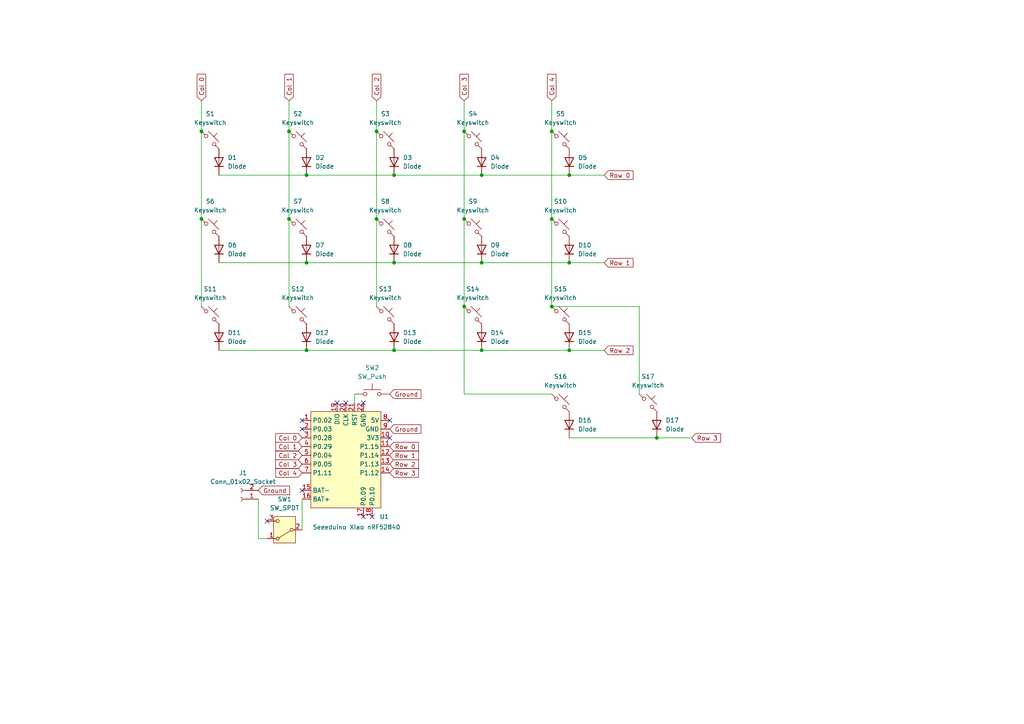
<source format=kicad_sch>
(kicad_sch
	(version 20250114)
	(generator "eeschema")
	(generator_version "9.0")
	(uuid "5e1a14d6-f17d-44c7-a6e4-e8ff4e5ed0ef")
	(paper "A4")
	(lib_symbols
		(symbol "Connector:Conn_01x02_Socket"
			(pin_names
				(offset 1.016)
				(hide yes)
			)
			(exclude_from_sim no)
			(in_bom yes)
			(on_board yes)
			(property "Reference" "J"
				(at 0 2.54 0)
				(effects
					(font
						(size 1.27 1.27)
					)
				)
			)
			(property "Value" "Conn_01x02_Socket"
				(at 0 -5.08 0)
				(effects
					(font
						(size 1.27 1.27)
					)
				)
			)
			(property "Footprint" ""
				(at 0 0 0)
				(effects
					(font
						(size 1.27 1.27)
					)
					(hide yes)
				)
			)
			(property "Datasheet" "~"
				(at 0 0 0)
				(effects
					(font
						(size 1.27 1.27)
					)
					(hide yes)
				)
			)
			(property "Description" "Generic connector, single row, 01x02, script generated"
				(at 0 0 0)
				(effects
					(font
						(size 1.27 1.27)
					)
					(hide yes)
				)
			)
			(property "ki_locked" ""
				(at 0 0 0)
				(effects
					(font
						(size 1.27 1.27)
					)
				)
			)
			(property "ki_keywords" "connector"
				(at 0 0 0)
				(effects
					(font
						(size 1.27 1.27)
					)
					(hide yes)
				)
			)
			(property "ki_fp_filters" "Connector*:*_1x??_*"
				(at 0 0 0)
				(effects
					(font
						(size 1.27 1.27)
					)
					(hide yes)
				)
			)
			(symbol "Conn_01x02_Socket_1_1"
				(polyline
					(pts
						(xy -1.27 0) (xy -0.508 0)
					)
					(stroke
						(width 0.1524)
						(type default)
					)
					(fill
						(type none)
					)
				)
				(polyline
					(pts
						(xy -1.27 -2.54) (xy -0.508 -2.54)
					)
					(stroke
						(width 0.1524)
						(type default)
					)
					(fill
						(type none)
					)
				)
				(arc
					(start 0 -0.508)
					(mid -0.5058 0)
					(end 0 0.508)
					(stroke
						(width 0.1524)
						(type default)
					)
					(fill
						(type none)
					)
				)
				(arc
					(start 0 -3.048)
					(mid -0.5058 -2.54)
					(end 0 -2.032)
					(stroke
						(width 0.1524)
						(type default)
					)
					(fill
						(type none)
					)
				)
				(pin passive line
					(at -5.08 0 0)
					(length 3.81)
					(name "Pin_1"
						(effects
							(font
								(size 1.27 1.27)
							)
						)
					)
					(number "1"
						(effects
							(font
								(size 1.27 1.27)
							)
						)
					)
				)
				(pin passive line
					(at -5.08 -2.54 0)
					(length 3.81)
					(name "Pin_2"
						(effects
							(font
								(size 1.27 1.27)
							)
						)
					)
					(number "2"
						(effects
							(font
								(size 1.27 1.27)
							)
						)
					)
				)
			)
			(embedded_fonts no)
		)
		(symbol "ScottoKeebs:Placeholder_Diode"
			(pin_numbers
				(hide yes)
			)
			(pin_names
				(hide yes)
			)
			(exclude_from_sim no)
			(in_bom yes)
			(on_board yes)
			(property "Reference" "D"
				(at 0 2.54 0)
				(effects
					(font
						(size 1.27 1.27)
					)
				)
			)
			(property "Value" "Diode"
				(at 0 -2.54 0)
				(effects
					(font
						(size 1.27 1.27)
					)
				)
			)
			(property "Footprint" ""
				(at 0 0 0)
				(effects
					(font
						(size 1.27 1.27)
					)
					(hide yes)
				)
			)
			(property "Datasheet" ""
				(at 0 0 0)
				(effects
					(font
						(size 1.27 1.27)
					)
					(hide yes)
				)
			)
			(property "Description" "1N4148 (DO-35) or 1N4148W (SOD-123)"
				(at 0 0 0)
				(effects
					(font
						(size 1.27 1.27)
					)
					(hide yes)
				)
			)
			(property "Sim.Device" "D"
				(at 0 0 0)
				(effects
					(font
						(size 1.27 1.27)
					)
					(hide yes)
				)
			)
			(property "Sim.Pins" "1=K 2=A"
				(at 0 0 0)
				(effects
					(font
						(size 1.27 1.27)
					)
					(hide yes)
				)
			)
			(property "ki_keywords" "diode"
				(at 0 0 0)
				(effects
					(font
						(size 1.27 1.27)
					)
					(hide yes)
				)
			)
			(property "ki_fp_filters" "D*DO?35*"
				(at 0 0 0)
				(effects
					(font
						(size 1.27 1.27)
					)
					(hide yes)
				)
			)
			(symbol "Placeholder_Diode_0_1"
				(polyline
					(pts
						(xy -1.27 1.27) (xy -1.27 -1.27)
					)
					(stroke
						(width 0.254)
						(type default)
					)
					(fill
						(type none)
					)
				)
				(polyline
					(pts
						(xy 1.27 1.27) (xy 1.27 -1.27) (xy -1.27 0) (xy 1.27 1.27)
					)
					(stroke
						(width 0.254)
						(type default)
					)
					(fill
						(type none)
					)
				)
				(polyline
					(pts
						(xy 1.27 0) (xy -1.27 0)
					)
					(stroke
						(width 0)
						(type default)
					)
					(fill
						(type none)
					)
				)
			)
			(symbol "Placeholder_Diode_1_1"
				(pin passive line
					(at -3.81 0 0)
					(length 2.54)
					(name "K"
						(effects
							(font
								(size 1.27 1.27)
							)
						)
					)
					(number "1"
						(effects
							(font
								(size 1.27 1.27)
							)
						)
					)
				)
				(pin passive line
					(at 3.81 0 180)
					(length 2.54)
					(name "A"
						(effects
							(font
								(size 1.27 1.27)
							)
						)
					)
					(number "2"
						(effects
							(font
								(size 1.27 1.27)
							)
						)
					)
				)
			)
			(embedded_fonts no)
		)
		(symbol "ScottoKeebs:Placeholder_Keyswitch"
			(pin_numbers
				(hide yes)
			)
			(pin_names
				(offset 1.016)
				(hide yes)
			)
			(exclude_from_sim no)
			(in_bom yes)
			(on_board yes)
			(property "Reference" "S"
				(at 3.048 1.016 0)
				(effects
					(font
						(size 1.27 1.27)
					)
					(justify left)
				)
			)
			(property "Value" "Keyswitch"
				(at 0 -3.81 0)
				(effects
					(font
						(size 1.27 1.27)
					)
				)
			)
			(property "Footprint" ""
				(at 0 0 0)
				(effects
					(font
						(size 1.27 1.27)
					)
					(hide yes)
				)
			)
			(property "Datasheet" "~"
				(at 0 0 0)
				(effects
					(font
						(size 1.27 1.27)
					)
					(hide yes)
				)
			)
			(property "Description" "Push button switch, normally open, two pins, 45° tilted"
				(at 0 0 0)
				(effects
					(font
						(size 1.27 1.27)
					)
					(hide yes)
				)
			)
			(property "ki_keywords" "switch normally-open pushbutton push-button"
				(at 0 0 0)
				(effects
					(font
						(size 1.27 1.27)
					)
					(hide yes)
				)
			)
			(symbol "Placeholder_Keyswitch_0_1"
				(polyline
					(pts
						(xy -2.54 2.54) (xy -1.524 1.524) (xy -1.524 1.524)
					)
					(stroke
						(width 0)
						(type default)
					)
					(fill
						(type none)
					)
				)
				(circle
					(center -1.1684 1.1684)
					(radius 0.508)
					(stroke
						(width 0)
						(type default)
					)
					(fill
						(type none)
					)
				)
				(polyline
					(pts
						(xy -0.508 2.54) (xy 2.54 -0.508)
					)
					(stroke
						(width 0)
						(type default)
					)
					(fill
						(type none)
					)
				)
				(polyline
					(pts
						(xy 1.016 1.016) (xy 2.032 2.032)
					)
					(stroke
						(width 0)
						(type default)
					)
					(fill
						(type none)
					)
				)
				(circle
					(center 1.143 -1.1938)
					(radius 0.508)
					(stroke
						(width 0)
						(type default)
					)
					(fill
						(type none)
					)
				)
				(polyline
					(pts
						(xy 1.524 -1.524) (xy 2.54 -2.54) (xy 2.54 -2.54) (xy 2.54 -2.54)
					)
					(stroke
						(width 0)
						(type default)
					)
					(fill
						(type none)
					)
				)
				(pin passive line
					(at -2.54 2.54 0)
					(length 0)
					(name "1"
						(effects
							(font
								(size 1.27 1.27)
							)
						)
					)
					(number "1"
						(effects
							(font
								(size 1.27 1.27)
							)
						)
					)
				)
				(pin passive line
					(at 2.54 -2.54 180)
					(length 0)
					(name "2"
						(effects
							(font
								(size 1.27 1.27)
							)
						)
					)
					(number "2"
						(effects
							(font
								(size 1.27 1.27)
							)
						)
					)
				)
			)
			(embedded_fonts no)
		)
		(symbol "Switch:SW_Push"
			(pin_numbers
				(hide yes)
			)
			(pin_names
				(offset 1.016)
				(hide yes)
			)
			(exclude_from_sim no)
			(in_bom yes)
			(on_board yes)
			(property "Reference" "SW"
				(at 1.27 2.54 0)
				(effects
					(font
						(size 1.27 1.27)
					)
					(justify left)
				)
			)
			(property "Value" "SW_Push"
				(at 0 -1.524 0)
				(effects
					(font
						(size 1.27 1.27)
					)
				)
			)
			(property "Footprint" ""
				(at 0 5.08 0)
				(effects
					(font
						(size 1.27 1.27)
					)
					(hide yes)
				)
			)
			(property "Datasheet" "~"
				(at 0 5.08 0)
				(effects
					(font
						(size 1.27 1.27)
					)
					(hide yes)
				)
			)
			(property "Description" "Push button switch, generic, two pins"
				(at 0 0 0)
				(effects
					(font
						(size 1.27 1.27)
					)
					(hide yes)
				)
			)
			(property "ki_keywords" "switch normally-open pushbutton push-button"
				(at 0 0 0)
				(effects
					(font
						(size 1.27 1.27)
					)
					(hide yes)
				)
			)
			(symbol "SW_Push_0_1"
				(circle
					(center -2.032 0)
					(radius 0.508)
					(stroke
						(width 0)
						(type default)
					)
					(fill
						(type none)
					)
				)
				(polyline
					(pts
						(xy 0 1.27) (xy 0 3.048)
					)
					(stroke
						(width 0)
						(type default)
					)
					(fill
						(type none)
					)
				)
				(circle
					(center 2.032 0)
					(radius 0.508)
					(stroke
						(width 0)
						(type default)
					)
					(fill
						(type none)
					)
				)
				(polyline
					(pts
						(xy 2.54 1.27) (xy -2.54 1.27)
					)
					(stroke
						(width 0)
						(type default)
					)
					(fill
						(type none)
					)
				)
				(pin passive line
					(at -5.08 0 0)
					(length 2.54)
					(name "1"
						(effects
							(font
								(size 1.27 1.27)
							)
						)
					)
					(number "1"
						(effects
							(font
								(size 1.27 1.27)
							)
						)
					)
				)
				(pin passive line
					(at 5.08 0 180)
					(length 2.54)
					(name "2"
						(effects
							(font
								(size 1.27 1.27)
							)
						)
					)
					(number "2"
						(effects
							(font
								(size 1.27 1.27)
							)
						)
					)
				)
			)
			(embedded_fonts no)
		)
		(symbol "Switch:SW_SPDT"
			(pin_names
				(offset 0)
				(hide yes)
			)
			(exclude_from_sim no)
			(in_bom yes)
			(on_board yes)
			(property "Reference" "SW"
				(at 0 5.08 0)
				(effects
					(font
						(size 1.27 1.27)
					)
				)
			)
			(property "Value" "SW_SPDT"
				(at 0 -5.08 0)
				(effects
					(font
						(size 1.27 1.27)
					)
				)
			)
			(property "Footprint" ""
				(at 0 0 0)
				(effects
					(font
						(size 1.27 1.27)
					)
					(hide yes)
				)
			)
			(property "Datasheet" "~"
				(at 0 -7.62 0)
				(effects
					(font
						(size 1.27 1.27)
					)
					(hide yes)
				)
			)
			(property "Description" "Switch, single pole double throw"
				(at 0 0 0)
				(effects
					(font
						(size 1.27 1.27)
					)
					(hide yes)
				)
			)
			(property "ki_keywords" "switch single-pole double-throw spdt ON-ON"
				(at 0 0 0)
				(effects
					(font
						(size 1.27 1.27)
					)
					(hide yes)
				)
			)
			(symbol "SW_SPDT_0_1"
				(circle
					(center -2.032 0)
					(radius 0.4572)
					(stroke
						(width 0)
						(type default)
					)
					(fill
						(type none)
					)
				)
				(polyline
					(pts
						(xy -1.651 0.254) (xy 1.651 2.286)
					)
					(stroke
						(width 0)
						(type default)
					)
					(fill
						(type none)
					)
				)
				(circle
					(center 2.032 2.54)
					(radius 0.4572)
					(stroke
						(width 0)
						(type default)
					)
					(fill
						(type none)
					)
				)
				(circle
					(center 2.032 -2.54)
					(radius 0.4572)
					(stroke
						(width 0)
						(type default)
					)
					(fill
						(type none)
					)
				)
			)
			(symbol "SW_SPDT_1_1"
				(rectangle
					(start -3.175 3.81)
					(end 3.175 -3.81)
					(stroke
						(width 0)
						(type default)
					)
					(fill
						(type background)
					)
				)
				(pin passive line
					(at -5.08 0 0)
					(length 2.54)
					(name "B"
						(effects
							(font
								(size 1.27 1.27)
							)
						)
					)
					(number "2"
						(effects
							(font
								(size 1.27 1.27)
							)
						)
					)
				)
				(pin passive line
					(at 5.08 2.54 180)
					(length 2.54)
					(name "A"
						(effects
							(font
								(size 1.27 1.27)
							)
						)
					)
					(number "1"
						(effects
							(font
								(size 1.27 1.27)
							)
						)
					)
				)
				(pin passive line
					(at 5.08 -2.54 180)
					(length 2.54)
					(name "C"
						(effects
							(font
								(size 1.27 1.27)
							)
						)
					)
					(number "3"
						(effects
							(font
								(size 1.27 1.27)
							)
						)
					)
				)
			)
			(embedded_fonts no)
		)
		(symbol "marbastlib-promicroish:Seeeduino_Xiao_nRF52840"
			(exclude_from_sim no)
			(in_bom no)
			(on_board yes)
			(property "Reference" "U"
				(at -10.16 -12.7 0)
				(effects
					(font
						(size 1.27 1.27)
					)
				)
			)
			(property "Value" "Seeeduino Xiao nRF52840"
				(at -10.16 -15.24 0)
				(effects
					(font
						(size 1.27 1.27)
					)
				)
			)
			(property "Footprint" "PCM_marbastlib-xp-promicroish:Xiao_nRF52840_ACH"
				(at 0 -30.48 0)
				(effects
					(font
						(size 1.27 1.27)
					)
					(hide yes)
				)
			)
			(property "Datasheet" ""
				(at -12.7 13.97 0)
				(effects
					(font
						(size 1.27 1.27)
					)
					(hide yes)
				)
			)
			(property "Description" "Symbol for a Seeeduino Xiao nRF52840"
				(at 0 0 0)
				(effects
					(font
						(size 1.27 1.27)
					)
					(hide yes)
				)
			)
			(symbol "Seeeduino_Xiao_nRF52840_1_0"
				(pin bidirectional line
					(at -12.7 13.97 0)
					(length 2.54)
					(name "P0.02"
						(effects
							(font
								(size 1.27 1.27)
							)
						)
					)
					(number "1"
						(effects
							(font
								(size 1.27 1.27)
							)
						)
					)
				)
				(pin bidirectional line
					(at -12.7 11.43 0)
					(length 2.54)
					(name "P0.03"
						(effects
							(font
								(size 1.27 1.27)
							)
						)
					)
					(number "2"
						(effects
							(font
								(size 1.27 1.27)
							)
						)
					)
				)
				(pin bidirectional line
					(at -12.7 8.89 0)
					(length 2.54)
					(name "P0.28"
						(effects
							(font
								(size 1.27 1.27)
							)
						)
					)
					(number "3"
						(effects
							(font
								(size 1.27 1.27)
							)
						)
					)
				)
				(pin bidirectional line
					(at -12.7 6.35 0)
					(length 2.54)
					(name "P0.29"
						(effects
							(font
								(size 1.27 1.27)
							)
						)
					)
					(number "4"
						(effects
							(font
								(size 1.27 1.27)
							)
						)
					)
				)
				(pin bidirectional line
					(at -12.7 3.81 0)
					(length 2.54)
					(name "P0.04"
						(effects
							(font
								(size 1.27 1.27)
							)
						)
					)
					(number "5"
						(effects
							(font
								(size 1.27 1.27)
							)
						)
					)
				)
				(pin bidirectional line
					(at -12.7 1.27 0)
					(length 2.54)
					(name "P0.05"
						(effects
							(font
								(size 1.27 1.27)
							)
						)
					)
					(number "6"
						(effects
							(font
								(size 1.27 1.27)
							)
						)
					)
				)
				(pin bidirectional line
					(at -12.7 -1.27 0)
					(length 2.54)
					(name "P1.11"
						(effects
							(font
								(size 1.27 1.27)
							)
						)
					)
					(number "7"
						(effects
							(font
								(size 1.27 1.27)
							)
						)
					)
				)
				(pin power_in line
					(at -12.7 -6.35 0)
					(length 2.54)
					(name "BAT-"
						(effects
							(font
								(size 1.27 1.27)
							)
						)
					)
					(number "15"
						(effects
							(font
								(size 1.27 1.27)
							)
						)
					)
				)
				(pin power_in line
					(at -12.7 -8.89 0)
					(length 2.54)
					(name "BAT+"
						(effects
							(font
								(size 1.27 1.27)
							)
						)
					)
					(number "16"
						(effects
							(font
								(size 1.27 1.27)
							)
						)
					)
				)
				(pin bidirectional line
					(at -2.54 19.05 270)
					(length 2.54)
					(name "DIO"
						(effects
							(font
								(size 1.27 1.27)
							)
						)
					)
					(number "19"
						(effects
							(font
								(size 1.27 1.27)
							)
						)
					)
				)
				(pin bidirectional line
					(at 0 19.05 270)
					(length 2.54)
					(name "CLK"
						(effects
							(font
								(size 1.27 1.27)
							)
						)
					)
					(number "20"
						(effects
							(font
								(size 1.27 1.27)
							)
						)
					)
				)
				(pin bidirectional line
					(at 2.54 19.05 270)
					(length 2.54)
					(name "RST"
						(effects
							(font
								(size 1.27 1.27)
							)
						)
					)
					(number "21"
						(effects
							(font
								(size 1.27 1.27)
							)
						)
					)
				)
				(pin power_out line
					(at 5.08 19.05 270)
					(length 2.54)
					(name "GND"
						(effects
							(font
								(size 1.27 1.27)
							)
						)
					)
					(number "22"
						(effects
							(font
								(size 1.27 1.27)
							)
						)
					)
				)
				(pin bidirectional line
					(at 5.08 -13.97 90)
					(length 2.54)
					(name "P0.09"
						(effects
							(font
								(size 1.27 1.27)
							)
						)
					)
					(number "17"
						(effects
							(font
								(size 1.27 1.27)
							)
						)
					)
				)
				(pin bidirectional line
					(at 7.62 -13.97 90)
					(length 2.54)
					(name "P0.10"
						(effects
							(font
								(size 1.27 1.27)
							)
						)
					)
					(number "18"
						(effects
							(font
								(size 1.27 1.27)
							)
						)
					)
				)
				(pin power_out line
					(at 12.7 13.97 180)
					(length 2.54)
					(name "5V"
						(effects
							(font
								(size 1.27 1.27)
							)
						)
					)
					(number "8"
						(effects
							(font
								(size 1.27 1.27)
							)
						)
					)
				)
				(pin power_out line
					(at 12.7 11.43 180)
					(length 2.54)
					(name "GND"
						(effects
							(font
								(size 1.27 1.27)
							)
						)
					)
					(number "9"
						(effects
							(font
								(size 1.27 1.27)
							)
						)
					)
				)
				(pin power_out line
					(at 12.7 8.89 180)
					(length 2.54)
					(name "3V3"
						(effects
							(font
								(size 1.27 1.27)
							)
						)
					)
					(number "10"
						(effects
							(font
								(size 1.27 1.27)
							)
						)
					)
				)
				(pin bidirectional line
					(at 12.7 6.35 180)
					(length 2.54)
					(name "P1.15"
						(effects
							(font
								(size 1.27 1.27)
							)
						)
					)
					(number "11"
						(effects
							(font
								(size 1.27 1.27)
							)
						)
					)
				)
				(pin bidirectional line
					(at 12.7 3.81 180)
					(length 2.54)
					(name "P1.14"
						(effects
							(font
								(size 1.27 1.27)
							)
						)
					)
					(number "12"
						(effects
							(font
								(size 1.27 1.27)
							)
						)
					)
				)
				(pin bidirectional line
					(at 12.7 1.27 180)
					(length 2.54)
					(name "P1.13"
						(effects
							(font
								(size 1.27 1.27)
							)
						)
					)
					(number "13"
						(effects
							(font
								(size 1.27 1.27)
							)
						)
					)
				)
				(pin bidirectional line
					(at 12.7 -1.27 180)
					(length 2.54)
					(name "P1.12"
						(effects
							(font
								(size 1.27 1.27)
							)
						)
					)
					(number "14"
						(effects
							(font
								(size 1.27 1.27)
							)
						)
					)
				)
			)
			(symbol "Seeeduino_Xiao_nRF52840_1_1"
				(rectangle
					(start -10.16 16.51)
					(end 10.16 -11.43)
					(stroke
						(width 0)
						(type default)
					)
					(fill
						(type background)
					)
				)
			)
			(embedded_fonts no)
		)
	)
	(junction
		(at 139.7 101.6)
		(diameter 0)
		(color 0 0 0 0)
		(uuid "071e21af-a9ff-4ad7-84f3-a1e32aa83138")
	)
	(junction
		(at 88.9 101.6)
		(diameter 0)
		(color 0 0 0 0)
		(uuid "0d004bd1-7c86-432f-bd8c-ab4c70c338b2")
	)
	(junction
		(at 88.9 50.8)
		(diameter 0)
		(color 0 0 0 0)
		(uuid "386d5c78-a57b-4f1b-a23a-306203b72744")
	)
	(junction
		(at 88.9 76.2)
		(diameter 0)
		(color 0 0 0 0)
		(uuid "3c2dc9ca-2105-4269-84ae-21cf6ea77848")
	)
	(junction
		(at 109.22 63.5)
		(diameter 0)
		(color 0 0 0 0)
		(uuid "47c5723c-f635-4332-9900-874a4dd88f86")
	)
	(junction
		(at 160.02 63.5)
		(diameter 0)
		(color 0 0 0 0)
		(uuid "49e6f85d-042c-4c26-966f-b810abda57ba")
	)
	(junction
		(at 139.7 76.2)
		(diameter 0)
		(color 0 0 0 0)
		(uuid "578de315-658b-49f5-87b5-370a66faa87e")
	)
	(junction
		(at 190.5 127)
		(diameter 0)
		(color 0 0 0 0)
		(uuid "62a696eb-b968-47c2-889a-f49be9d00435")
	)
	(junction
		(at 114.3 101.6)
		(diameter 0)
		(color 0 0 0 0)
		(uuid "63a554e6-9a61-4145-99db-95577d291bf5")
	)
	(junction
		(at 114.3 50.8)
		(diameter 0)
		(color 0 0 0 0)
		(uuid "66277b66-cd2f-4b3b-9584-f29b6979e469")
	)
	(junction
		(at 109.22 38.1)
		(diameter 0)
		(color 0 0 0 0)
		(uuid "6840c76e-52ae-42db-a691-4f067a63431f")
	)
	(junction
		(at 134.62 88.9)
		(diameter 0)
		(color 0 0 0 0)
		(uuid "74b69f41-d221-4fab-8a60-eaaf07a27d2f")
	)
	(junction
		(at 83.82 38.1)
		(diameter 0)
		(color 0 0 0 0)
		(uuid "757fc163-fdbd-4bcf-a3d6-87e28e931f38")
	)
	(junction
		(at 58.42 63.5)
		(diameter 0)
		(color 0 0 0 0)
		(uuid "772f611e-9adf-4081-9062-df1bc059b2b5")
	)
	(junction
		(at 160.02 88.9)
		(diameter 0)
		(color 0 0 0 0)
		(uuid "7b1604d5-f379-4673-8949-3cac17b5fb8f")
	)
	(junction
		(at 83.82 63.5)
		(diameter 0)
		(color 0 0 0 0)
		(uuid "7ccd74df-ad57-4005-932d-fe4fe0e42922")
	)
	(junction
		(at 134.62 38.1)
		(diameter 0)
		(color 0 0 0 0)
		(uuid "86aa8654-a7d7-49bb-9572-3686e81647eb")
	)
	(junction
		(at 58.42 38.1)
		(diameter 0)
		(color 0 0 0 0)
		(uuid "9f726b5f-f17e-4d21-8cbe-adf5c27222f1")
	)
	(junction
		(at 165.1 76.2)
		(diameter 0)
		(color 0 0 0 0)
		(uuid "b02561cd-3cd3-431e-865d-b6edf3ff1950")
	)
	(junction
		(at 160.02 38.1)
		(diameter 0)
		(color 0 0 0 0)
		(uuid "c1d938f5-87b5-403e-b6d1-3b7bcb5acb6e")
	)
	(junction
		(at 114.3 76.2)
		(diameter 0)
		(color 0 0 0 0)
		(uuid "c7fdc217-433a-42e0-a21a-116bd324f36b")
	)
	(junction
		(at 134.62 63.5)
		(diameter 0)
		(color 0 0 0 0)
		(uuid "c967e349-6399-4d79-a0ae-03887cac63c6")
	)
	(junction
		(at 165.1 101.6)
		(diameter 0)
		(color 0 0 0 0)
		(uuid "e065b967-0690-4491-8b23-15da3d644ea1")
	)
	(junction
		(at 165.1 50.8)
		(diameter 0)
		(color 0 0 0 0)
		(uuid "e68b24f4-246d-488b-bf89-b8bcdeb100d5")
	)
	(junction
		(at 139.7 50.8)
		(diameter 0)
		(color 0 0 0 0)
		(uuid "fd7363b8-cc22-4ffa-a82b-7d5fadb0fbce")
	)
	(no_connect
		(at 107.95 149.86)
		(uuid "0585d470-032a-46eb-a2e4-a9911d51fc69")
	)
	(no_connect
		(at 87.63 142.24)
		(uuid "19997fef-c738-4a04-b804-230f752c7833")
	)
	(no_connect
		(at 113.03 121.92)
		(uuid "1e8ac439-5d47-431f-b433-ca0a435a820a")
	)
	(no_connect
		(at 113.03 127)
		(uuid "2a095a0b-a045-4238-b124-80c3526f44c6")
	)
	(no_connect
		(at 77.47 151.13)
		(uuid "2e66e828-09da-466f-b7b1-5489954134b6")
	)
	(no_connect
		(at 100.33 116.84)
		(uuid "4f155b0a-a592-4da3-885e-432a300afe13")
	)
	(no_connect
		(at 105.41 116.84)
		(uuid "5bfab716-1e9f-4a58-af23-a50bfe82d4cd")
	)
	(no_connect
		(at 97.79 116.84)
		(uuid "6ebea021-da90-43ee-a4e1-4c3c19ff40fd")
	)
	(no_connect
		(at 87.63 124.46)
		(uuid "76a75814-94b8-4c5f-9180-ec59d14fc57f")
	)
	(no_connect
		(at 105.41 149.86)
		(uuid "a5547bb2-6f20-4920-bf27-7207070beb32")
	)
	(no_connect
		(at 87.63 121.92)
		(uuid "abf392b9-55c0-4b10-9de0-9ed3fc7def8a")
	)
	(wire
		(pts
			(xy 139.7 50.8) (xy 165.1 50.8)
		)
		(stroke
			(width 0)
			(type default)
		)
		(uuid "05d3a8f4-8c6f-4288-9040-af05e3d65f1c")
	)
	(wire
		(pts
			(xy 165.1 127) (xy 190.5 127)
		)
		(stroke
			(width 0)
			(type default)
		)
		(uuid "0ef25a10-d674-4bdd-b69e-11375b340c3b")
	)
	(wire
		(pts
			(xy 114.3 76.2) (xy 139.7 76.2)
		)
		(stroke
			(width 0)
			(type default)
		)
		(uuid "0f12baff-220c-4bcf-bb9f-4406c55bec96")
	)
	(wire
		(pts
			(xy 114.3 101.6) (xy 139.7 101.6)
		)
		(stroke
			(width 0)
			(type default)
		)
		(uuid "108facaf-4cc9-4163-8564-4c31c089c2c6")
	)
	(wire
		(pts
			(xy 74.93 156.21) (xy 74.93 144.78)
		)
		(stroke
			(width 0)
			(type default)
		)
		(uuid "1744cdaa-d01d-4d08-a4c3-fcb3f516a8fd")
	)
	(wire
		(pts
			(xy 109.22 63.5) (xy 109.22 88.9)
		)
		(stroke
			(width 0)
			(type default)
		)
		(uuid "1fa7bd53-00c3-458c-b760-9bacafb29d80")
	)
	(wire
		(pts
			(xy 175.26 76.2) (xy 165.1 76.2)
		)
		(stroke
			(width 0)
			(type default)
		)
		(uuid "35e8c2d9-0279-4590-9393-437d3a449519")
	)
	(wire
		(pts
			(xy 175.26 50.8) (xy 165.1 50.8)
		)
		(stroke
			(width 0)
			(type default)
		)
		(uuid "3738e318-2e44-4cbc-aebe-0ce40acd71de")
	)
	(wire
		(pts
			(xy 160.02 88.9) (xy 185.42 88.9)
		)
		(stroke
			(width 0)
			(type default)
		)
		(uuid "37b2c2af-a94f-4333-8bd0-ef5e897d1100")
	)
	(wire
		(pts
			(xy 134.62 88.9) (xy 134.62 114.3)
		)
		(stroke
			(width 0)
			(type default)
		)
		(uuid "3cb4f60e-8873-4e99-ae3c-2550d3ce9532")
	)
	(wire
		(pts
			(xy 58.42 38.1) (xy 58.42 63.5)
		)
		(stroke
			(width 0)
			(type default)
		)
		(uuid "526633d7-b3bb-4e6e-bf98-562aad3f7252")
	)
	(wire
		(pts
			(xy 83.82 63.5) (xy 83.82 88.9)
		)
		(stroke
			(width 0)
			(type default)
		)
		(uuid "5415eac1-5384-400f-a5f0-f5e16dba5b4f")
	)
	(wire
		(pts
			(xy 134.62 63.5) (xy 134.62 88.9)
		)
		(stroke
			(width 0)
			(type default)
		)
		(uuid "6afa6d9e-d030-4a4d-91f0-678aba230f7a")
	)
	(wire
		(pts
			(xy 109.22 38.1) (xy 109.22 63.5)
		)
		(stroke
			(width 0)
			(type default)
		)
		(uuid "6c444592-84b0-4894-a71d-1e8d9d2ecff7")
	)
	(wire
		(pts
			(xy 102.87 114.3) (xy 102.87 116.84)
		)
		(stroke
			(width 0)
			(type default)
		)
		(uuid "76d6c254-18b0-4785-aac3-4161d94fafea")
	)
	(wire
		(pts
			(xy 58.42 29.21) (xy 58.42 38.1)
		)
		(stroke
			(width 0)
			(type default)
		)
		(uuid "8bb15c32-0278-40b8-82f4-4f2b3895404a")
	)
	(wire
		(pts
			(xy 134.62 29.21) (xy 134.62 38.1)
		)
		(stroke
			(width 0)
			(type default)
		)
		(uuid "9453b54c-3cef-412d-bed1-460eb6bc15fe")
	)
	(wire
		(pts
			(xy 63.5 101.6) (xy 88.9 101.6)
		)
		(stroke
			(width 0)
			(type default)
		)
		(uuid "972b69ef-1c73-48c4-84ad-d6091e7135e0")
	)
	(wire
		(pts
			(xy 88.9 101.6) (xy 114.3 101.6)
		)
		(stroke
			(width 0)
			(type default)
		)
		(uuid "9e999795-0658-4f1c-8f30-624f1b75630d")
	)
	(wire
		(pts
			(xy 83.82 29.21) (xy 83.82 38.1)
		)
		(stroke
			(width 0)
			(type default)
		)
		(uuid "a0c6a029-f04c-418a-abac-d34f93ba858a")
	)
	(wire
		(pts
			(xy 87.63 144.78) (xy 87.63 153.67)
		)
		(stroke
			(width 0)
			(type default)
		)
		(uuid "a65e3b53-9ba0-4bb7-ad9d-dd9db5386ba6")
	)
	(wire
		(pts
			(xy 139.7 76.2) (xy 165.1 76.2)
		)
		(stroke
			(width 0)
			(type default)
		)
		(uuid "a900eefb-cfc5-4e05-a5bb-112005f0b1e1")
	)
	(wire
		(pts
			(xy 160.02 63.5) (xy 160.02 88.9)
		)
		(stroke
			(width 0)
			(type default)
		)
		(uuid "aa3cf82a-e609-43f5-806c-07f8cb41bc0b")
	)
	(wire
		(pts
			(xy 77.47 156.21) (xy 74.93 156.21)
		)
		(stroke
			(width 0)
			(type default)
		)
		(uuid "aa93ad1d-a749-47aa-82fb-84139a6f4dcf")
	)
	(wire
		(pts
			(xy 63.5 50.8) (xy 88.9 50.8)
		)
		(stroke
			(width 0)
			(type default)
		)
		(uuid "aefa948b-03ab-4bd5-ae47-92a23ee63a80")
	)
	(wire
		(pts
			(xy 185.42 88.9) (xy 185.42 114.3)
		)
		(stroke
			(width 0)
			(type default)
		)
		(uuid "b1d8b2c6-d471-4778-ba0f-5a0372cf94f9")
	)
	(wire
		(pts
			(xy 160.02 29.21) (xy 160.02 38.1)
		)
		(stroke
			(width 0)
			(type default)
		)
		(uuid "b6bed84e-b986-4d68-8590-f940b77aad30")
	)
	(wire
		(pts
			(xy 63.5 76.2) (xy 88.9 76.2)
		)
		(stroke
			(width 0)
			(type default)
		)
		(uuid "bcd94ad4-6ad8-4202-98ea-092258f371ad")
	)
	(wire
		(pts
			(xy 88.9 76.2) (xy 114.3 76.2)
		)
		(stroke
			(width 0)
			(type default)
		)
		(uuid "c616b6c9-1f1c-44f9-bae8-fc45ce21443a")
	)
	(wire
		(pts
			(xy 58.42 63.5) (xy 58.42 88.9)
		)
		(stroke
			(width 0)
			(type default)
		)
		(uuid "ca09f038-69aa-4cb8-a9e5-1f14c675de89")
	)
	(wire
		(pts
			(xy 160.02 38.1) (xy 160.02 63.5)
		)
		(stroke
			(width 0)
			(type default)
		)
		(uuid "cbf22dfb-1671-4eab-a25c-c477b541ff37")
	)
	(wire
		(pts
			(xy 88.9 50.8) (xy 114.3 50.8)
		)
		(stroke
			(width 0)
			(type default)
		)
		(uuid "d4fb7f16-762c-4ddd-b221-95b42617405c")
	)
	(wire
		(pts
			(xy 134.62 38.1) (xy 134.62 63.5)
		)
		(stroke
			(width 0)
			(type default)
		)
		(uuid "d508b842-c2cd-45f2-9b52-df6b4f6c8dec")
	)
	(wire
		(pts
			(xy 114.3 50.8) (xy 139.7 50.8)
		)
		(stroke
			(width 0)
			(type default)
		)
		(uuid "d9a9f749-c9a4-4bda-ad6d-02a6f973d801")
	)
	(wire
		(pts
			(xy 134.62 114.3) (xy 160.02 114.3)
		)
		(stroke
			(width 0)
			(type default)
		)
		(uuid "da79b103-248e-477d-be24-6bcbce49223e")
	)
	(wire
		(pts
			(xy 83.82 38.1) (xy 83.82 63.5)
		)
		(stroke
			(width 0)
			(type default)
		)
		(uuid "e7514f96-5b41-4a31-a4b9-b799306c3740")
	)
	(wire
		(pts
			(xy 200.66 127) (xy 190.5 127)
		)
		(stroke
			(width 0)
			(type default)
		)
		(uuid "e8adc7f5-9b01-4a5f-85cb-0c413e88213a")
	)
	(wire
		(pts
			(xy 109.22 29.21) (xy 109.22 38.1)
		)
		(stroke
			(width 0)
			(type default)
		)
		(uuid "f0c7b263-9f8e-49ea-ab1c-dc849f30d501")
	)
	(wire
		(pts
			(xy 175.26 101.6) (xy 165.1 101.6)
		)
		(stroke
			(width 0)
			(type default)
		)
		(uuid "fb7e7834-44d3-4ba3-adce-8464e62b74f6")
	)
	(wire
		(pts
			(xy 139.7 101.6) (xy 165.1 101.6)
		)
		(stroke
			(width 0)
			(type default)
		)
		(uuid "fcbd934c-ad3e-4b3f-95c5-fbbf8d4c2166")
	)
	(global_label "Col 0"
		(shape input)
		(at 58.42 29.21 90)
		(fields_autoplaced yes)
		(effects
			(font
				(size 1.27 1.27)
			)
			(justify left)
		)
		(uuid "043146c7-26ce-4651-925f-25e55aee1b5c")
		(property "Intersheetrefs" "${INTERSHEET_REFS}"
			(at 58.42 20.9635 90)
			(effects
				(font
					(size 1.27 1.27)
				)
				(justify left)
				(hide yes)
			)
		)
	)
	(global_label "Row 2"
		(shape input)
		(at 113.03 134.62 0)
		(fields_autoplaced yes)
		(effects
			(font
				(size 1.27 1.27)
			)
			(justify left)
		)
		(uuid "0a80f1cb-d96e-47f7-9719-9c1497ca099d")
		(property "Intersheetrefs" "${INTERSHEET_REFS}"
			(at 121.9418 134.62 0)
			(effects
				(font
					(size 1.27 1.27)
				)
				(justify left)
				(hide yes)
			)
		)
	)
	(global_label "Row 0"
		(shape input)
		(at 175.26 50.8 0)
		(fields_autoplaced yes)
		(effects
			(font
				(size 1.27 1.27)
			)
			(justify left)
		)
		(uuid "103c2cfc-82a1-4aaf-a9bc-aaa69bf9629f")
		(property "Intersheetrefs" "${INTERSHEET_REFS}"
			(at 184.1718 50.8 0)
			(effects
				(font
					(size 1.27 1.27)
				)
				(justify left)
				(hide yes)
			)
		)
	)
	(global_label "Ground"
		(shape input)
		(at 113.03 114.3 0)
		(fields_autoplaced yes)
		(effects
			(font
				(size 1.27 1.27)
			)
			(justify left)
		)
		(uuid "11776c91-a20f-4f94-897d-3c60463e4c73")
		(property "Intersheetrefs" "${INTERSHEET_REFS}"
			(at 122.6674 114.3 0)
			(effects
				(font
					(size 1.27 1.27)
				)
				(justify left)
				(hide yes)
			)
		)
	)
	(global_label "Row 0"
		(shape input)
		(at 113.03 129.54 0)
		(fields_autoplaced yes)
		(effects
			(font
				(size 1.27 1.27)
			)
			(justify left)
		)
		(uuid "2426af4b-d9dd-4b81-b309-917ecb3fa903")
		(property "Intersheetrefs" "${INTERSHEET_REFS}"
			(at 121.9418 129.54 0)
			(effects
				(font
					(size 1.27 1.27)
				)
				(justify left)
				(hide yes)
			)
		)
	)
	(global_label "Col 0"
		(shape input)
		(at 87.63 127 180)
		(fields_autoplaced yes)
		(effects
			(font
				(size 1.27 1.27)
			)
			(justify right)
		)
		(uuid "2a586d23-534f-4339-b94f-68704c08a186")
		(property "Intersheetrefs" "${INTERSHEET_REFS}"
			(at 79.3835 127 0)
			(effects
				(font
					(size 1.27 1.27)
				)
				(justify right)
				(hide yes)
			)
		)
	)
	(global_label "Ground"
		(shape input)
		(at 74.93 142.24 0)
		(fields_autoplaced yes)
		(effects
			(font
				(size 1.27 1.27)
			)
			(justify left)
		)
		(uuid "2b095361-a6bc-408c-bf7e-ecb5b8af2bd8")
		(property "Intersheetrefs" "${INTERSHEET_REFS}"
			(at 84.5674 142.24 0)
			(effects
				(font
					(size 1.27 1.27)
				)
				(justify left)
				(hide yes)
			)
		)
	)
	(global_label "Col 4"
		(shape input)
		(at 87.63 137.16 180)
		(fields_autoplaced yes)
		(effects
			(font
				(size 1.27 1.27)
			)
			(justify right)
		)
		(uuid "2bdc67ff-ccd1-4cbb-b046-140b17bc0bcc")
		(property "Intersheetrefs" "${INTERSHEET_REFS}"
			(at 79.3835 137.16 0)
			(effects
				(font
					(size 1.27 1.27)
				)
				(justify right)
				(hide yes)
			)
		)
	)
	(global_label "Row 1"
		(shape input)
		(at 113.03 132.08 0)
		(fields_autoplaced yes)
		(effects
			(font
				(size 1.27 1.27)
			)
			(justify left)
		)
		(uuid "2c5cd44f-0f59-45b0-aed2-23293491940d")
		(property "Intersheetrefs" "${INTERSHEET_REFS}"
			(at 121.9418 132.08 0)
			(effects
				(font
					(size 1.27 1.27)
				)
				(justify left)
				(hide yes)
			)
		)
	)
	(global_label "Col 3"
		(shape input)
		(at 134.62 29.21 90)
		(fields_autoplaced yes)
		(effects
			(font
				(size 1.27 1.27)
			)
			(justify left)
		)
		(uuid "370c90a3-e7d3-4959-9b73-e720edf9fbbf")
		(property "Intersheetrefs" "${INTERSHEET_REFS}"
			(at 134.62 20.9635 90)
			(effects
				(font
					(size 1.27 1.27)
				)
				(justify left)
				(hide yes)
			)
		)
	)
	(global_label "Row 3"
		(shape input)
		(at 113.03 137.16 0)
		(fields_autoplaced yes)
		(effects
			(font
				(size 1.27 1.27)
			)
			(justify left)
		)
		(uuid "3ca708a6-9ade-4b08-ad8c-686f243ce62f")
		(property "Intersheetrefs" "${INTERSHEET_REFS}"
			(at 121.9418 137.16 0)
			(effects
				(font
					(size 1.27 1.27)
				)
				(justify left)
				(hide yes)
			)
		)
	)
	(global_label "Col 3"
		(shape input)
		(at 87.63 134.62 180)
		(fields_autoplaced yes)
		(effects
			(font
				(size 1.27 1.27)
			)
			(justify right)
		)
		(uuid "4472e2ad-1cbe-4eed-a448-bcce4a10145b")
		(property "Intersheetrefs" "${INTERSHEET_REFS}"
			(at 79.3835 134.62 0)
			(effects
				(font
					(size 1.27 1.27)
				)
				(justify right)
				(hide yes)
			)
		)
	)
	(global_label "Col 2"
		(shape input)
		(at 87.63 132.08 180)
		(fields_autoplaced yes)
		(effects
			(font
				(size 1.27 1.27)
			)
			(justify right)
		)
		(uuid "4b4845cc-ee62-424b-970d-f14262194c1c")
		(property "Intersheetrefs" "${INTERSHEET_REFS}"
			(at 79.3835 132.08 0)
			(effects
				(font
					(size 1.27 1.27)
				)
				(justify right)
				(hide yes)
			)
		)
	)
	(global_label "Col 1"
		(shape input)
		(at 87.63 129.54 180)
		(fields_autoplaced yes)
		(effects
			(font
				(size 1.27 1.27)
			)
			(justify right)
		)
		(uuid "76128b2e-3b71-4ccd-8abf-6a9623a7bba5")
		(property "Intersheetrefs" "${INTERSHEET_REFS}"
			(at 79.3835 129.54 0)
			(effects
				(font
					(size 1.27 1.27)
				)
				(justify right)
				(hide yes)
			)
		)
	)
	(global_label "Ground"
		(shape input)
		(at 113.03 124.46 0)
		(fields_autoplaced yes)
		(effects
			(font
				(size 1.27 1.27)
			)
			(justify left)
		)
		(uuid "92469ccc-72d2-468b-b3d7-4b23f1f19cdb")
		(property "Intersheetrefs" "${INTERSHEET_REFS}"
			(at 122.6674 124.46 0)
			(effects
				(font
					(size 1.27 1.27)
				)
				(justify left)
				(hide yes)
			)
		)
	)
	(global_label "Col 2"
		(shape input)
		(at 109.22 29.21 90)
		(fields_autoplaced yes)
		(effects
			(font
				(size 1.27 1.27)
			)
			(justify left)
		)
		(uuid "af254f27-b262-4730-8240-071f1e8f63f0")
		(property "Intersheetrefs" "${INTERSHEET_REFS}"
			(at 109.22 20.9635 90)
			(effects
				(font
					(size 1.27 1.27)
				)
				(justify left)
				(hide yes)
			)
		)
	)
	(global_label "Row 3"
		(shape input)
		(at 200.66 127 0)
		(fields_autoplaced yes)
		(effects
			(font
				(size 1.27 1.27)
			)
			(justify left)
		)
		(uuid "bf242b5c-3ed5-4c11-861d-24b517740ae3")
		(property "Intersheetrefs" "${INTERSHEET_REFS}"
			(at 209.5718 127 0)
			(effects
				(font
					(size 1.27 1.27)
				)
				(justify left)
				(hide yes)
			)
		)
	)
	(global_label "Row 1"
		(shape input)
		(at 175.26 76.2 0)
		(fields_autoplaced yes)
		(effects
			(font
				(size 1.27 1.27)
			)
			(justify left)
		)
		(uuid "c2f76851-5714-4e4d-bebc-5e18d9c940a7")
		(property "Intersheetrefs" "${INTERSHEET_REFS}"
			(at 184.1718 76.2 0)
			(effects
				(font
					(size 1.27 1.27)
				)
				(justify left)
				(hide yes)
			)
		)
	)
	(global_label "Col 4"
		(shape input)
		(at 160.02 29.21 90)
		(fields_autoplaced yes)
		(effects
			(font
				(size 1.27 1.27)
			)
			(justify left)
		)
		(uuid "c381b19a-2a43-4743-9531-012375281fdf")
		(property "Intersheetrefs" "${INTERSHEET_REFS}"
			(at 160.02 20.9635 90)
			(effects
				(font
					(size 1.27 1.27)
				)
				(justify left)
				(hide yes)
			)
		)
	)
	(global_label "Col 1"
		(shape input)
		(at 83.82 29.21 90)
		(fields_autoplaced yes)
		(effects
			(font
				(size 1.27 1.27)
			)
			(justify left)
		)
		(uuid "cb600381-8572-46bc-bc83-8322143319b8")
		(property "Intersheetrefs" "${INTERSHEET_REFS}"
			(at 83.82 20.9635 90)
			(effects
				(font
					(size 1.27 1.27)
				)
				(justify left)
				(hide yes)
			)
		)
	)
	(global_label "Row 2"
		(shape input)
		(at 175.26 101.6 0)
		(fields_autoplaced yes)
		(effects
			(font
				(size 1.27 1.27)
			)
			(justify left)
		)
		(uuid "d487baf8-973d-4370-842e-9ae90cda2983")
		(property "Intersheetrefs" "${INTERSHEET_REFS}"
			(at 184.1718 101.6 0)
			(effects
				(font
					(size 1.27 1.27)
				)
				(justify left)
				(hide yes)
			)
		)
	)
	(symbol
		(lib_id "ScottoKeebs:Placeholder_Keyswitch")
		(at 86.36 91.44 0)
		(unit 1)
		(exclude_from_sim no)
		(in_bom yes)
		(on_board yes)
		(dnp no)
		(fields_autoplaced yes)
		(uuid "0204756b-89fd-47c4-b42d-55c933427691")
		(property "Reference" "S12"
			(at 86.36 83.82 0)
			(effects
				(font
					(size 1.27 1.27)
				)
			)
		)
		(property "Value" "Keyswitch"
			(at 86.36 86.36 0)
			(effects
				(font
					(size 1.27 1.27)
				)
			)
		)
		(property "Footprint" "ScottoKeebs_Choc:Choc_V1_1.00u"
			(at 86.36 91.44 0)
			(effects
				(font
					(size 1.27 1.27)
				)
				(hide yes)
			)
		)
		(property "Datasheet" "~"
			(at 86.36 91.44 0)
			(effects
				(font
					(size 1.27 1.27)
				)
				(hide yes)
			)
		)
		(property "Description" "Push button switch, normally open, two pins, 45° tilted"
			(at 86.36 91.44 0)
			(effects
				(font
					(size 1.27 1.27)
				)
				(hide yes)
			)
		)
		(pin "1"
			(uuid "6d51b7da-2fea-44c1-97ce-f34d807e545b")
		)
		(pin "2"
			(uuid "91c7832a-55c8-4a63-b30f-faffbedb7736")
		)
		(instances
			(project "sweepish"
				(path "/5e1a14d6-f17d-44c7-a6e4-e8ff4e5ed0ef"
					(reference "S12")
					(unit 1)
				)
			)
		)
	)
	(symbol
		(lib_id "ScottoKeebs:Placeholder_Diode")
		(at 139.7 46.99 90)
		(unit 1)
		(exclude_from_sim no)
		(in_bom yes)
		(on_board yes)
		(dnp no)
		(fields_autoplaced yes)
		(uuid "03a30630-f8f4-4fd9-8883-eeea78cbb6cc")
		(property "Reference" "D4"
			(at 142.24 45.7199 90)
			(effects
				(font
					(size 1.27 1.27)
				)
				(justify right)
			)
		)
		(property "Value" "Diode"
			(at 142.24 48.2599 90)
			(effects
				(font
					(size 1.27 1.27)
				)
				(justify right)
			)
		)
		(property "Footprint" "ScottoKeebs_Components:Diode_SOD-123"
			(at 139.7 46.99 0)
			(effects
				(font
					(size 1.27 1.27)
				)
				(hide yes)
			)
		)
		(property "Datasheet" ""
			(at 139.7 46.99 0)
			(effects
				(font
					(size 1.27 1.27)
				)
				(hide yes)
			)
		)
		(property "Description" "1N4148 (DO-35) or 1N4148W (SOD-123)"
			(at 139.7 46.99 0)
			(effects
				(font
					(size 1.27 1.27)
				)
				(hide yes)
			)
		)
		(property "Sim.Device" "D"
			(at 139.7 46.99 0)
			(effects
				(font
					(size 1.27 1.27)
				)
				(hide yes)
			)
		)
		(property "Sim.Pins" "1=K 2=A"
			(at 139.7 46.99 0)
			(effects
				(font
					(size 1.27 1.27)
				)
				(hide yes)
			)
		)
		(pin "2"
			(uuid "feb3bca3-1c60-48be-be93-213c43ac51ef")
		)
		(pin "1"
			(uuid "03bafbab-cf99-4e45-92ef-4e1d0fb3d7ec")
		)
		(instances
			(project "sweepish"
				(path "/5e1a14d6-f17d-44c7-a6e4-e8ff4e5ed0ef"
					(reference "D4")
					(unit 1)
				)
			)
		)
	)
	(symbol
		(lib_id "ScottoKeebs:Placeholder_Diode")
		(at 63.5 97.79 90)
		(unit 1)
		(exclude_from_sim no)
		(in_bom yes)
		(on_board yes)
		(dnp no)
		(fields_autoplaced yes)
		(uuid "048aa701-0aee-47d4-a872-3e9b008f93b1")
		(property "Reference" "D11"
			(at 66.04 96.5199 90)
			(effects
				(font
					(size 1.27 1.27)
				)
				(justify right)
			)
		)
		(property "Value" "Diode"
			(at 66.04 99.0599 90)
			(effects
				(font
					(size 1.27 1.27)
				)
				(justify right)
			)
		)
		(property "Footprint" "ScottoKeebs_Components:Diode_SOD-123"
			(at 63.5 97.79 0)
			(effects
				(font
					(size 1.27 1.27)
				)
				(hide yes)
			)
		)
		(property "Datasheet" ""
			(at 63.5 97.79 0)
			(effects
				(font
					(size 1.27 1.27)
				)
				(hide yes)
			)
		)
		(property "Description" "1N4148 (DO-35) or 1N4148W (SOD-123)"
			(at 63.5 97.79 0)
			(effects
				(font
					(size 1.27 1.27)
				)
				(hide yes)
			)
		)
		(property "Sim.Device" "D"
			(at 63.5 97.79 0)
			(effects
				(font
					(size 1.27 1.27)
				)
				(hide yes)
			)
		)
		(property "Sim.Pins" "1=K 2=A"
			(at 63.5 97.79 0)
			(effects
				(font
					(size 1.27 1.27)
				)
				(hide yes)
			)
		)
		(pin "2"
			(uuid "f9ae077c-5a04-4cd7-98f3-6683062a864a")
		)
		(pin "1"
			(uuid "94bbc865-8cd1-40d1-a2f6-43d0245324c1")
		)
		(instances
			(project "sweepish"
				(path "/5e1a14d6-f17d-44c7-a6e4-e8ff4e5ed0ef"
					(reference "D11")
					(unit 1)
				)
			)
		)
	)
	(symbol
		(lib_id "ScottoKeebs:Placeholder_Keyswitch")
		(at 162.56 66.04 0)
		(unit 1)
		(exclude_from_sim no)
		(in_bom yes)
		(on_board yes)
		(dnp no)
		(fields_autoplaced yes)
		(uuid "0c9c768d-b878-4fba-816e-affbaf528367")
		(property "Reference" "S10"
			(at 162.56 58.42 0)
			(effects
				(font
					(size 1.27 1.27)
				)
			)
		)
		(property "Value" "Keyswitch"
			(at 162.56 60.96 0)
			(effects
				(font
					(size 1.27 1.27)
				)
			)
		)
		(property "Footprint" "ScottoKeebs_Choc:Choc_V1_1.00u"
			(at 162.56 66.04 0)
			(effects
				(font
					(size 1.27 1.27)
				)
				(hide yes)
			)
		)
		(property "Datasheet" "~"
			(at 162.56 66.04 0)
			(effects
				(font
					(size 1.27 1.27)
				)
				(hide yes)
			)
		)
		(property "Description" "Push button switch, normally open, two pins, 45° tilted"
			(at 162.56 66.04 0)
			(effects
				(font
					(size 1.27 1.27)
				)
				(hide yes)
			)
		)
		(pin "1"
			(uuid "9911124c-5521-4b85-9f51-20eacb7e6d56")
		)
		(pin "2"
			(uuid "de9547aa-fe68-4c15-be9f-cb8ea5abb5f7")
		)
		(instances
			(project "sweepish"
				(path "/5e1a14d6-f17d-44c7-a6e4-e8ff4e5ed0ef"
					(reference "S10")
					(unit 1)
				)
			)
		)
	)
	(symbol
		(lib_id "ScottoKeebs:Placeholder_Keyswitch")
		(at 86.36 40.64 0)
		(unit 1)
		(exclude_from_sim no)
		(in_bom yes)
		(on_board yes)
		(dnp no)
		(fields_autoplaced yes)
		(uuid "1a79a8b8-7c20-43c6-a190-fbd0aef4a1a4")
		(property "Reference" "S2"
			(at 86.36 33.02 0)
			(effects
				(font
					(size 1.27 1.27)
				)
			)
		)
		(property "Value" "Keyswitch"
			(at 86.36 35.56 0)
			(effects
				(font
					(size 1.27 1.27)
				)
			)
		)
		(property "Footprint" "ScottoKeebs_Choc:Choc_V1_1.00u"
			(at 86.36 40.64 0)
			(effects
				(font
					(size 1.27 1.27)
				)
				(hide yes)
			)
		)
		(property "Datasheet" "~"
			(at 86.36 40.64 0)
			(effects
				(font
					(size 1.27 1.27)
				)
				(hide yes)
			)
		)
		(property "Description" "Push button switch, normally open, two pins, 45° tilted"
			(at 86.36 40.64 0)
			(effects
				(font
					(size 1.27 1.27)
				)
				(hide yes)
			)
		)
		(pin "1"
			(uuid "d9fba325-ab93-4e77-9135-3c7f02c3c8d3")
		)
		(pin "2"
			(uuid "dd38cee6-84ee-422e-aa3f-c8dbcefe4578")
		)
		(instances
			(project "sweepish"
				(path "/5e1a14d6-f17d-44c7-a6e4-e8ff4e5ed0ef"
					(reference "S2")
					(unit 1)
				)
			)
		)
	)
	(symbol
		(lib_id "ScottoKeebs:Placeholder_Diode")
		(at 88.9 72.39 90)
		(unit 1)
		(exclude_from_sim no)
		(in_bom yes)
		(on_board yes)
		(dnp no)
		(fields_autoplaced yes)
		(uuid "3405d501-66ec-4127-aec8-6bea57fb7258")
		(property "Reference" "D7"
			(at 91.44 71.1199 90)
			(effects
				(font
					(size 1.27 1.27)
				)
				(justify right)
			)
		)
		(property "Value" "Diode"
			(at 91.44 73.6599 90)
			(effects
				(font
					(size 1.27 1.27)
				)
				(justify right)
			)
		)
		(property "Footprint" "ScottoKeebs_Components:Diode_SOD-123"
			(at 88.9 72.39 0)
			(effects
				(font
					(size 1.27 1.27)
				)
				(hide yes)
			)
		)
		(property "Datasheet" ""
			(at 88.9 72.39 0)
			(effects
				(font
					(size 1.27 1.27)
				)
				(hide yes)
			)
		)
		(property "Description" "1N4148 (DO-35) or 1N4148W (SOD-123)"
			(at 88.9 72.39 0)
			(effects
				(font
					(size 1.27 1.27)
				)
				(hide yes)
			)
		)
		(property "Sim.Device" "D"
			(at 88.9 72.39 0)
			(effects
				(font
					(size 1.27 1.27)
				)
				(hide yes)
			)
		)
		(property "Sim.Pins" "1=K 2=A"
			(at 88.9 72.39 0)
			(effects
				(font
					(size 1.27 1.27)
				)
				(hide yes)
			)
		)
		(pin "2"
			(uuid "be2a0be8-934d-4666-8640-e8b4651f72e5")
		)
		(pin "1"
			(uuid "c9fc2816-8af4-481f-b8e4-eab3da82d713")
		)
		(instances
			(project "sweepish"
				(path "/5e1a14d6-f17d-44c7-a6e4-e8ff4e5ed0ef"
					(reference "D7")
					(unit 1)
				)
			)
		)
	)
	(symbol
		(lib_id "ScottoKeebs:Placeholder_Diode")
		(at 88.9 46.99 90)
		(unit 1)
		(exclude_from_sim no)
		(in_bom yes)
		(on_board yes)
		(dnp no)
		(fields_autoplaced yes)
		(uuid "3aa105cb-d1d2-4ecf-9ad8-98ba8f9a9650")
		(property "Reference" "D2"
			(at 91.44 45.7199 90)
			(effects
				(font
					(size 1.27 1.27)
				)
				(justify right)
			)
		)
		(property "Value" "Diode"
			(at 91.44 48.2599 90)
			(effects
				(font
					(size 1.27 1.27)
				)
				(justify right)
			)
		)
		(property "Footprint" "ScottoKeebs_Components:Diode_SOD-123"
			(at 88.9 46.99 0)
			(effects
				(font
					(size 1.27 1.27)
				)
				(hide yes)
			)
		)
		(property "Datasheet" ""
			(at 88.9 46.99 0)
			(effects
				(font
					(size 1.27 1.27)
				)
				(hide yes)
			)
		)
		(property "Description" "1N4148 (DO-35) or 1N4148W (SOD-123)"
			(at 88.9 46.99 0)
			(effects
				(font
					(size 1.27 1.27)
				)
				(hide yes)
			)
		)
		(property "Sim.Device" "D"
			(at 88.9 46.99 0)
			(effects
				(font
					(size 1.27 1.27)
				)
				(hide yes)
			)
		)
		(property "Sim.Pins" "1=K 2=A"
			(at 88.9 46.99 0)
			(effects
				(font
					(size 1.27 1.27)
				)
				(hide yes)
			)
		)
		(pin "2"
			(uuid "2b309d28-80d1-4db8-964c-a51a7dfb3fe8")
		)
		(pin "1"
			(uuid "9fceb2be-e79e-4112-945f-989053f03800")
		)
		(instances
			(project "sweepish"
				(path "/5e1a14d6-f17d-44c7-a6e4-e8ff4e5ed0ef"
					(reference "D2")
					(unit 1)
				)
			)
		)
	)
	(symbol
		(lib_id "ScottoKeebs:Placeholder_Keyswitch")
		(at 111.76 40.64 0)
		(unit 1)
		(exclude_from_sim no)
		(in_bom yes)
		(on_board yes)
		(dnp no)
		(fields_autoplaced yes)
		(uuid "42401db6-939e-4574-8dbd-0731749ceb1b")
		(property "Reference" "S3"
			(at 111.76 33.02 0)
			(effects
				(font
					(size 1.27 1.27)
				)
			)
		)
		(property "Value" "Keyswitch"
			(at 111.76 35.56 0)
			(effects
				(font
					(size 1.27 1.27)
				)
			)
		)
		(property "Footprint" "ScottoKeebs_Choc:Choc_V1_1.00u"
			(at 111.76 40.64 0)
			(effects
				(font
					(size 1.27 1.27)
				)
				(hide yes)
			)
		)
		(property "Datasheet" "~"
			(at 111.76 40.64 0)
			(effects
				(font
					(size 1.27 1.27)
				)
				(hide yes)
			)
		)
		(property "Description" "Push button switch, normally open, two pins, 45° tilted"
			(at 111.76 40.64 0)
			(effects
				(font
					(size 1.27 1.27)
				)
				(hide yes)
			)
		)
		(pin "1"
			(uuid "a1738fe5-42cb-4f30-93d6-60acabb75b51")
		)
		(pin "2"
			(uuid "c3f60cd5-557b-470a-ab56-9935bbe1c7cc")
		)
		(instances
			(project "sweepish"
				(path "/5e1a14d6-f17d-44c7-a6e4-e8ff4e5ed0ef"
					(reference "S3")
					(unit 1)
				)
			)
		)
	)
	(symbol
		(lib_id "ScottoKeebs:Placeholder_Keyswitch")
		(at 162.56 40.64 0)
		(unit 1)
		(exclude_from_sim no)
		(in_bom yes)
		(on_board yes)
		(dnp no)
		(fields_autoplaced yes)
		(uuid "42d8cc55-e2ab-4c91-8575-6beb34a356ae")
		(property "Reference" "S5"
			(at 162.56 33.02 0)
			(effects
				(font
					(size 1.27 1.27)
				)
			)
		)
		(property "Value" "Keyswitch"
			(at 162.56 35.56 0)
			(effects
				(font
					(size 1.27 1.27)
				)
			)
		)
		(property "Footprint" "ScottoKeebs_Choc:Choc_V1_1.00u"
			(at 162.56 40.64 0)
			(effects
				(font
					(size 1.27 1.27)
				)
				(hide yes)
			)
		)
		(property "Datasheet" "~"
			(at 162.56 40.64 0)
			(effects
				(font
					(size 1.27 1.27)
				)
				(hide yes)
			)
		)
		(property "Description" "Push button switch, normally open, two pins, 45° tilted"
			(at 162.56 40.64 0)
			(effects
				(font
					(size 1.27 1.27)
				)
				(hide yes)
			)
		)
		(pin "1"
			(uuid "aaeabfe6-d8f2-4ba7-ae82-25509ac337aa")
		)
		(pin "2"
			(uuid "7dc8aa8c-42dd-44b8-8295-3e2a23bed5ce")
		)
		(instances
			(project "sweepish"
				(path "/5e1a14d6-f17d-44c7-a6e4-e8ff4e5ed0ef"
					(reference "S5")
					(unit 1)
				)
			)
		)
	)
	(symbol
		(lib_id "ScottoKeebs:Placeholder_Keyswitch")
		(at 60.96 40.64 0)
		(unit 1)
		(exclude_from_sim no)
		(in_bom yes)
		(on_board yes)
		(dnp no)
		(fields_autoplaced yes)
		(uuid "4388ca9b-3b49-427e-85e7-dddb827567f3")
		(property "Reference" "S1"
			(at 60.96 33.02 0)
			(effects
				(font
					(size 1.27 1.27)
				)
			)
		)
		(property "Value" "Keyswitch"
			(at 60.96 35.56 0)
			(effects
				(font
					(size 1.27 1.27)
				)
			)
		)
		(property "Footprint" "ScottoKeebs_Choc:Choc_V1_1.00u"
			(at 60.96 40.64 0)
			(effects
				(font
					(size 1.27 1.27)
				)
				(hide yes)
			)
		)
		(property "Datasheet" "~"
			(at 60.96 40.64 0)
			(effects
				(font
					(size 1.27 1.27)
				)
				(hide yes)
			)
		)
		(property "Description" "Push button switch, normally open, two pins, 45° tilted"
			(at 60.96 40.64 0)
			(effects
				(font
					(size 1.27 1.27)
				)
				(hide yes)
			)
		)
		(pin "1"
			(uuid "92e0ddd8-9ad4-40e0-b4c5-dff3be7f01d4")
		)
		(pin "2"
			(uuid "53aa8e14-7f0b-4a8e-9f22-fd8d1ddd3587")
		)
		(instances
			(project ""
				(path "/5e1a14d6-f17d-44c7-a6e4-e8ff4e5ed0ef"
					(reference "S1")
					(unit 1)
				)
			)
		)
	)
	(symbol
		(lib_id "ScottoKeebs:Placeholder_Keyswitch")
		(at 137.16 66.04 0)
		(unit 1)
		(exclude_from_sim no)
		(in_bom yes)
		(on_board yes)
		(dnp no)
		(fields_autoplaced yes)
		(uuid "5584ab46-72fa-4841-8295-c71a5900590c")
		(property "Reference" "S9"
			(at 137.16 58.42 0)
			(effects
				(font
					(size 1.27 1.27)
				)
			)
		)
		(property "Value" "Keyswitch"
			(at 137.16 60.96 0)
			(effects
				(font
					(size 1.27 1.27)
				)
			)
		)
		(property "Footprint" "ScottoKeebs_Choc:Choc_V1_1.00u"
			(at 137.16 66.04 0)
			(effects
				(font
					(size 1.27 1.27)
				)
				(hide yes)
			)
		)
		(property "Datasheet" "~"
			(at 137.16 66.04 0)
			(effects
				(font
					(size 1.27 1.27)
				)
				(hide yes)
			)
		)
		(property "Description" "Push button switch, normally open, two pins, 45° tilted"
			(at 137.16 66.04 0)
			(effects
				(font
					(size 1.27 1.27)
				)
				(hide yes)
			)
		)
		(pin "1"
			(uuid "c800de96-d757-4393-820e-76bc7f0dfa9e")
		)
		(pin "2"
			(uuid "e8e04c47-3c75-48f2-8976-1c54cffd8fa5")
		)
		(instances
			(project "sweepish"
				(path "/5e1a14d6-f17d-44c7-a6e4-e8ff4e5ed0ef"
					(reference "S9")
					(unit 1)
				)
			)
		)
	)
	(symbol
		(lib_id "ScottoKeebs:Placeholder_Diode")
		(at 63.5 46.99 90)
		(unit 1)
		(exclude_from_sim no)
		(in_bom yes)
		(on_board yes)
		(dnp no)
		(fields_autoplaced yes)
		(uuid "65f4f3af-659c-4bf5-97d7-3c5226c1c51e")
		(property "Reference" "D1"
			(at 66.04 45.7199 90)
			(effects
				(font
					(size 1.27 1.27)
				)
				(justify right)
			)
		)
		(property "Value" "Diode"
			(at 66.04 48.2599 90)
			(effects
				(font
					(size 1.27 1.27)
				)
				(justify right)
			)
		)
		(property "Footprint" "ScottoKeebs_Components:Diode_SOD-123"
			(at 63.5 46.99 0)
			(effects
				(font
					(size 1.27 1.27)
				)
				(hide yes)
			)
		)
		(property "Datasheet" ""
			(at 63.5 46.99 0)
			(effects
				(font
					(size 1.27 1.27)
				)
				(hide yes)
			)
		)
		(property "Description" "1N4148 (DO-35) or 1N4148W (SOD-123)"
			(at 63.5 46.99 0)
			(effects
				(font
					(size 1.27 1.27)
				)
				(hide yes)
			)
		)
		(property "Sim.Device" "D"
			(at 63.5 46.99 0)
			(effects
				(font
					(size 1.27 1.27)
				)
				(hide yes)
			)
		)
		(property "Sim.Pins" "1=K 2=A"
			(at 63.5 46.99 0)
			(effects
				(font
					(size 1.27 1.27)
				)
				(hide yes)
			)
		)
		(pin "2"
			(uuid "3223ab5f-1c25-4579-9f57-6cde177c17c5")
		)
		(pin "1"
			(uuid "f4e9821d-2e8a-4faa-935e-4a5bd6fa708d")
		)
		(instances
			(project ""
				(path "/5e1a14d6-f17d-44c7-a6e4-e8ff4e5ed0ef"
					(reference "D1")
					(unit 1)
				)
			)
		)
	)
	(symbol
		(lib_id "ScottoKeebs:Placeholder_Keyswitch")
		(at 60.96 91.44 0)
		(unit 1)
		(exclude_from_sim no)
		(in_bom yes)
		(on_board yes)
		(dnp no)
		(fields_autoplaced yes)
		(uuid "6a876b57-18a5-444a-906f-dcbe996f9b06")
		(property "Reference" "S11"
			(at 60.96 83.82 0)
			(effects
				(font
					(size 1.27 1.27)
				)
			)
		)
		(property "Value" "Keyswitch"
			(at 60.96 86.36 0)
			(effects
				(font
					(size 1.27 1.27)
				)
			)
		)
		(property "Footprint" "ScottoKeebs_Choc:Choc_V1_1.00u"
			(at 60.96 91.44 0)
			(effects
				(font
					(size 1.27 1.27)
				)
				(hide yes)
			)
		)
		(property "Datasheet" "~"
			(at 60.96 91.44 0)
			(effects
				(font
					(size 1.27 1.27)
				)
				(hide yes)
			)
		)
		(property "Description" "Push button switch, normally open, two pins, 45° tilted"
			(at 60.96 91.44 0)
			(effects
				(font
					(size 1.27 1.27)
				)
				(hide yes)
			)
		)
		(pin "1"
			(uuid "81d3314a-81ff-4fad-83e7-a67bc1265a5b")
		)
		(pin "2"
			(uuid "e190f518-0c4d-46f6-b07c-043817550d36")
		)
		(instances
			(project "sweepish"
				(path "/5e1a14d6-f17d-44c7-a6e4-e8ff4e5ed0ef"
					(reference "S11")
					(unit 1)
				)
			)
		)
	)
	(symbol
		(lib_id "ScottoKeebs:Placeholder_Diode")
		(at 139.7 72.39 90)
		(unit 1)
		(exclude_from_sim no)
		(in_bom yes)
		(on_board yes)
		(dnp no)
		(fields_autoplaced yes)
		(uuid "6ea70495-93c7-424d-ae86-242e295517b7")
		(property "Reference" "D9"
			(at 142.24 71.1199 90)
			(effects
				(font
					(size 1.27 1.27)
				)
				(justify right)
			)
		)
		(property "Value" "Diode"
			(at 142.24 73.6599 90)
			(effects
				(font
					(size 1.27 1.27)
				)
				(justify right)
			)
		)
		(property "Footprint" "ScottoKeebs_Components:Diode_SOD-123"
			(at 139.7 72.39 0)
			(effects
				(font
					(size 1.27 1.27)
				)
				(hide yes)
			)
		)
		(property "Datasheet" ""
			(at 139.7 72.39 0)
			(effects
				(font
					(size 1.27 1.27)
				)
				(hide yes)
			)
		)
		(property "Description" "1N4148 (DO-35) or 1N4148W (SOD-123)"
			(at 139.7 72.39 0)
			(effects
				(font
					(size 1.27 1.27)
				)
				(hide yes)
			)
		)
		(property "Sim.Device" "D"
			(at 139.7 72.39 0)
			(effects
				(font
					(size 1.27 1.27)
				)
				(hide yes)
			)
		)
		(property "Sim.Pins" "1=K 2=A"
			(at 139.7 72.39 0)
			(effects
				(font
					(size 1.27 1.27)
				)
				(hide yes)
			)
		)
		(pin "2"
			(uuid "bc23f5f1-c2f8-472d-91a6-661e89d81313")
		)
		(pin "1"
			(uuid "e91b50b1-fd05-46ba-a481-6036e84216ba")
		)
		(instances
			(project "sweepish"
				(path "/5e1a14d6-f17d-44c7-a6e4-e8ff4e5ed0ef"
					(reference "D9")
					(unit 1)
				)
			)
		)
	)
	(symbol
		(lib_id "ScottoKeebs:Placeholder_Diode")
		(at 165.1 97.79 90)
		(unit 1)
		(exclude_from_sim no)
		(in_bom yes)
		(on_board yes)
		(dnp no)
		(fields_autoplaced yes)
		(uuid "6fb77a45-8877-4ea7-ae2a-856ee81a82aa")
		(property "Reference" "D15"
			(at 167.64 96.5199 90)
			(effects
				(font
					(size 1.27 1.27)
				)
				(justify right)
			)
		)
		(property "Value" "Diode"
			(at 167.64 99.0599 90)
			(effects
				(font
					(size 1.27 1.27)
				)
				(justify right)
			)
		)
		(property "Footprint" "ScottoKeebs_Components:Diode_SOD-123"
			(at 165.1 97.79 0)
			(effects
				(font
					(size 1.27 1.27)
				)
				(hide yes)
			)
		)
		(property "Datasheet" ""
			(at 165.1 97.79 0)
			(effects
				(font
					(size 1.27 1.27)
				)
				(hide yes)
			)
		)
		(property "Description" "1N4148 (DO-35) or 1N4148W (SOD-123)"
			(at 165.1 97.79 0)
			(effects
				(font
					(size 1.27 1.27)
				)
				(hide yes)
			)
		)
		(property "Sim.Device" "D"
			(at 165.1 97.79 0)
			(effects
				(font
					(size 1.27 1.27)
				)
				(hide yes)
			)
		)
		(property "Sim.Pins" "1=K 2=A"
			(at 165.1 97.79 0)
			(effects
				(font
					(size 1.27 1.27)
				)
				(hide yes)
			)
		)
		(pin "2"
			(uuid "c9026118-446a-4ba1-b7e5-ec95636073c0")
		)
		(pin "1"
			(uuid "eef15dcd-cd2b-4f11-8787-6fbca49f2643")
		)
		(instances
			(project "sweepish"
				(path "/5e1a14d6-f17d-44c7-a6e4-e8ff4e5ed0ef"
					(reference "D15")
					(unit 1)
				)
			)
		)
	)
	(symbol
		(lib_id "ScottoKeebs:Placeholder_Diode")
		(at 88.9 97.79 90)
		(unit 1)
		(exclude_from_sim no)
		(in_bom yes)
		(on_board yes)
		(dnp no)
		(fields_autoplaced yes)
		(uuid "871c5fc0-6888-4c52-9e92-1e05025ee4cd")
		(property "Reference" "D12"
			(at 91.44 96.5199 90)
			(effects
				(font
					(size 1.27 1.27)
				)
				(justify right)
			)
		)
		(property "Value" "Diode"
			(at 91.44 99.0599 90)
			(effects
				(font
					(size 1.27 1.27)
				)
				(justify right)
			)
		)
		(property "Footprint" "ScottoKeebs_Components:Diode_SOD-123"
			(at 88.9 97.79 0)
			(effects
				(font
					(size 1.27 1.27)
				)
				(hide yes)
			)
		)
		(property "Datasheet" ""
			(at 88.9 97.79 0)
			(effects
				(font
					(size 1.27 1.27)
				)
				(hide yes)
			)
		)
		(property "Description" "1N4148 (DO-35) or 1N4148W (SOD-123)"
			(at 88.9 97.79 0)
			(effects
				(font
					(size 1.27 1.27)
				)
				(hide yes)
			)
		)
		(property "Sim.Device" "D"
			(at 88.9 97.79 0)
			(effects
				(font
					(size 1.27 1.27)
				)
				(hide yes)
			)
		)
		(property "Sim.Pins" "1=K 2=A"
			(at 88.9 97.79 0)
			(effects
				(font
					(size 1.27 1.27)
				)
				(hide yes)
			)
		)
		(pin "2"
			(uuid "58037946-fcb6-4abf-adf5-436474bbd91a")
		)
		(pin "1"
			(uuid "e052afb6-dc4f-4bb8-a3ba-0b30ebbf875f")
		)
		(instances
			(project "sweepish"
				(path "/5e1a14d6-f17d-44c7-a6e4-e8ff4e5ed0ef"
					(reference "D12")
					(unit 1)
				)
			)
		)
	)
	(symbol
		(lib_id "ScottoKeebs:Placeholder_Diode")
		(at 114.3 46.99 90)
		(unit 1)
		(exclude_from_sim no)
		(in_bom yes)
		(on_board yes)
		(dnp no)
		(fields_autoplaced yes)
		(uuid "8fc45617-bdec-45a5-b8f5-4e78342fe9d4")
		(property "Reference" "D3"
			(at 116.84 45.7199 90)
			(effects
				(font
					(size 1.27 1.27)
				)
				(justify right)
			)
		)
		(property "Value" "Diode"
			(at 116.84 48.2599 90)
			(effects
				(font
					(size 1.27 1.27)
				)
				(justify right)
			)
		)
		(property "Footprint" "ScottoKeebs_Components:Diode_SOD-123"
			(at 114.3 46.99 0)
			(effects
				(font
					(size 1.27 1.27)
				)
				(hide yes)
			)
		)
		(property "Datasheet" ""
			(at 114.3 46.99 0)
			(effects
				(font
					(size 1.27 1.27)
				)
				(hide yes)
			)
		)
		(property "Description" "1N4148 (DO-35) or 1N4148W (SOD-123)"
			(at 114.3 46.99 0)
			(effects
				(font
					(size 1.27 1.27)
				)
				(hide yes)
			)
		)
		(property "Sim.Device" "D"
			(at 114.3 46.99 0)
			(effects
				(font
					(size 1.27 1.27)
				)
				(hide yes)
			)
		)
		(property "Sim.Pins" "1=K 2=A"
			(at 114.3 46.99 0)
			(effects
				(font
					(size 1.27 1.27)
				)
				(hide yes)
			)
		)
		(pin "2"
			(uuid "ba31ead4-c145-4033-a1ac-3f93160c5281")
		)
		(pin "1"
			(uuid "0e8b99a8-3655-4420-9b4a-2cd760aaa352")
		)
		(instances
			(project "sweepish"
				(path "/5e1a14d6-f17d-44c7-a6e4-e8ff4e5ed0ef"
					(reference "D3")
					(unit 1)
				)
			)
		)
	)
	(symbol
		(lib_id "ScottoKeebs:Placeholder_Keyswitch")
		(at 111.76 91.44 0)
		(unit 1)
		(exclude_from_sim no)
		(in_bom yes)
		(on_board yes)
		(dnp no)
		(fields_autoplaced yes)
		(uuid "90e210ee-faaa-4bb2-b90a-b9814ab0669d")
		(property "Reference" "S13"
			(at 111.76 83.82 0)
			(effects
				(font
					(size 1.27 1.27)
				)
			)
		)
		(property "Value" "Keyswitch"
			(at 111.76 86.36 0)
			(effects
				(font
					(size 1.27 1.27)
				)
			)
		)
		(property "Footprint" "ScottoKeebs_Choc:Choc_V1_1.00u"
			(at 111.76 91.44 0)
			(effects
				(font
					(size 1.27 1.27)
				)
				(hide yes)
			)
		)
		(property "Datasheet" "~"
			(at 111.76 91.44 0)
			(effects
				(font
					(size 1.27 1.27)
				)
				(hide yes)
			)
		)
		(property "Description" "Push button switch, normally open, two pins, 45° tilted"
			(at 111.76 91.44 0)
			(effects
				(font
					(size 1.27 1.27)
				)
				(hide yes)
			)
		)
		(pin "1"
			(uuid "a4f7e5a7-d620-468c-bff5-05f310c99df2")
		)
		(pin "2"
			(uuid "fb203577-5d62-4ad8-89cb-51520bd2986f")
		)
		(instances
			(project "sweepish"
				(path "/5e1a14d6-f17d-44c7-a6e4-e8ff4e5ed0ef"
					(reference "S13")
					(unit 1)
				)
			)
		)
	)
	(symbol
		(lib_id "ScottoKeebs:Placeholder_Diode")
		(at 139.7 97.79 90)
		(unit 1)
		(exclude_from_sim no)
		(in_bom yes)
		(on_board yes)
		(dnp no)
		(fields_autoplaced yes)
		(uuid "92290504-c3e4-497e-b743-da7718f4c811")
		(property "Reference" "D14"
			(at 142.24 96.5199 90)
			(effects
				(font
					(size 1.27 1.27)
				)
				(justify right)
			)
		)
		(property "Value" "Diode"
			(at 142.24 99.0599 90)
			(effects
				(font
					(size 1.27 1.27)
				)
				(justify right)
			)
		)
		(property "Footprint" "ScottoKeebs_Components:Diode_SOD-123"
			(at 139.7 97.79 0)
			(effects
				(font
					(size 1.27 1.27)
				)
				(hide yes)
			)
		)
		(property "Datasheet" ""
			(at 139.7 97.79 0)
			(effects
				(font
					(size 1.27 1.27)
				)
				(hide yes)
			)
		)
		(property "Description" "1N4148 (DO-35) or 1N4148W (SOD-123)"
			(at 139.7 97.79 0)
			(effects
				(font
					(size 1.27 1.27)
				)
				(hide yes)
			)
		)
		(property "Sim.Device" "D"
			(at 139.7 97.79 0)
			(effects
				(font
					(size 1.27 1.27)
				)
				(hide yes)
			)
		)
		(property "Sim.Pins" "1=K 2=A"
			(at 139.7 97.79 0)
			(effects
				(font
					(size 1.27 1.27)
				)
				(hide yes)
			)
		)
		(pin "2"
			(uuid "21fe82a5-6162-47be-818f-918d6351f30f")
		)
		(pin "1"
			(uuid "235aae6a-9bcd-456b-80cb-e2bca63326c6")
		)
		(instances
			(project "sweepish"
				(path "/5e1a14d6-f17d-44c7-a6e4-e8ff4e5ed0ef"
					(reference "D14")
					(unit 1)
				)
			)
		)
	)
	(symbol
		(lib_id "ScottoKeebs:Placeholder_Diode")
		(at 63.5 72.39 90)
		(unit 1)
		(exclude_from_sim no)
		(in_bom yes)
		(on_board yes)
		(dnp no)
		(fields_autoplaced yes)
		(uuid "945997f3-9553-4984-bbf2-be29691aaaef")
		(property "Reference" "D6"
			(at 66.04 71.1199 90)
			(effects
				(font
					(size 1.27 1.27)
				)
				(justify right)
			)
		)
		(property "Value" "Diode"
			(at 66.04 73.6599 90)
			(effects
				(font
					(size 1.27 1.27)
				)
				(justify right)
			)
		)
		(property "Footprint" "ScottoKeebs_Components:Diode_SOD-123"
			(at 63.5 72.39 0)
			(effects
				(font
					(size 1.27 1.27)
				)
				(hide yes)
			)
		)
		(property "Datasheet" ""
			(at 63.5 72.39 0)
			(effects
				(font
					(size 1.27 1.27)
				)
				(hide yes)
			)
		)
		(property "Description" "1N4148 (DO-35) or 1N4148W (SOD-123)"
			(at 63.5 72.39 0)
			(effects
				(font
					(size 1.27 1.27)
				)
				(hide yes)
			)
		)
		(property "Sim.Device" "D"
			(at 63.5 72.39 0)
			(effects
				(font
					(size 1.27 1.27)
				)
				(hide yes)
			)
		)
		(property "Sim.Pins" "1=K 2=A"
			(at 63.5 72.39 0)
			(effects
				(font
					(size 1.27 1.27)
				)
				(hide yes)
			)
		)
		(pin "2"
			(uuid "25425199-7905-405d-834b-b9b4e0fdfbf5")
		)
		(pin "1"
			(uuid "c0811e2f-2b42-49fd-958c-3d8ab122e7b9")
		)
		(instances
			(project "sweepish"
				(path "/5e1a14d6-f17d-44c7-a6e4-e8ff4e5ed0ef"
					(reference "D6")
					(unit 1)
				)
			)
		)
	)
	(symbol
		(lib_id "ScottoKeebs:Placeholder_Diode")
		(at 165.1 46.99 90)
		(unit 1)
		(exclude_from_sim no)
		(in_bom yes)
		(on_board yes)
		(dnp no)
		(fields_autoplaced yes)
		(uuid "9a086941-a00d-4b38-a2fa-75546a8779c6")
		(property "Reference" "D5"
			(at 167.64 45.7199 90)
			(effects
				(font
					(size 1.27 1.27)
				)
				(justify right)
			)
		)
		(property "Value" "Diode"
			(at 167.64 48.2599 90)
			(effects
				(font
					(size 1.27 1.27)
				)
				(justify right)
			)
		)
		(property "Footprint" "ScottoKeebs_Components:Diode_SOD-123"
			(at 165.1 46.99 0)
			(effects
				(font
					(size 1.27 1.27)
				)
				(hide yes)
			)
		)
		(property "Datasheet" ""
			(at 165.1 46.99 0)
			(effects
				(font
					(size 1.27 1.27)
				)
				(hide yes)
			)
		)
		(property "Description" "1N4148 (DO-35) or 1N4148W (SOD-123)"
			(at 165.1 46.99 0)
			(effects
				(font
					(size 1.27 1.27)
				)
				(hide yes)
			)
		)
		(property "Sim.Device" "D"
			(at 165.1 46.99 0)
			(effects
				(font
					(size 1.27 1.27)
				)
				(hide yes)
			)
		)
		(property "Sim.Pins" "1=K 2=A"
			(at 165.1 46.99 0)
			(effects
				(font
					(size 1.27 1.27)
				)
				(hide yes)
			)
		)
		(pin "2"
			(uuid "ab06c406-ba0a-4c7f-9574-1586179c25f3")
		)
		(pin "1"
			(uuid "5c3afce3-4902-44bc-883e-d9b753e197ca")
		)
		(instances
			(project "sweepish"
				(path "/5e1a14d6-f17d-44c7-a6e4-e8ff4e5ed0ef"
					(reference "D5")
					(unit 1)
				)
			)
		)
	)
	(symbol
		(lib_id "Switch:SW_SPDT")
		(at 82.55 153.67 180)
		(unit 1)
		(exclude_from_sim no)
		(in_bom yes)
		(on_board yes)
		(dnp no)
		(fields_autoplaced yes)
		(uuid "a42067f0-c9e7-4052-9654-b3c1f66fdba0")
		(property "Reference" "SW1"
			(at 82.55 144.78 0)
			(effects
				(font
					(size 1.27 1.27)
				)
			)
		)
		(property "Value" "SW_SPDT"
			(at 82.55 147.32 0)
			(effects
				(font
					(size 1.27 1.27)
				)
			)
		)
		(property "Footprint" "marbastlib-various:SW_MSK12C02-HB"
			(at 82.55 153.67 0)
			(effects
				(font
					(size 1.27 1.27)
				)
				(hide yes)
			)
		)
		(property "Datasheet" "~"
			(at 82.55 146.05 0)
			(effects
				(font
					(size 1.27 1.27)
				)
				(hide yes)
			)
		)
		(property "Description" "Switch, single pole double throw"
			(at 82.55 153.67 0)
			(effects
				(font
					(size 1.27 1.27)
				)
				(hide yes)
			)
		)
		(pin "3"
			(uuid "6a6882dc-6e42-4b61-bc06-7d2a64f528c7")
		)
		(pin "2"
			(uuid "58b91bab-d4fa-4638-94d1-21a3754b1896")
		)
		(pin "1"
			(uuid "925d2e6d-39d4-496c-b0b8-b34f03237a0e")
		)
		(instances
			(project ""
				(path "/5e1a14d6-f17d-44c7-a6e4-e8ff4e5ed0ef"
					(reference "SW1")
					(unit 1)
				)
			)
		)
	)
	(symbol
		(lib_id "Connector:Conn_01x02_Socket")
		(at 69.85 144.78 180)
		(unit 1)
		(exclude_from_sim no)
		(in_bom yes)
		(on_board yes)
		(dnp no)
		(uuid "a565aff9-9703-4fc0-86fc-5fe1a4e3e47a")
		(property "Reference" "J1"
			(at 70.485 137.16 0)
			(effects
				(font
					(size 1.27 1.27)
				)
			)
		)
		(property "Value" "Conn_01x02_Socket"
			(at 70.485 139.7 0)
			(effects
				(font
					(size 1.27 1.27)
				)
			)
		)
		(property "Footprint" "Connector_JST:JST_PH_S2B-PH-SM4-TB_1x02-1MP_P2.00mm_Horizontal"
			(at 69.85 144.78 0)
			(effects
				(font
					(size 1.27 1.27)
				)
				(hide yes)
			)
		)
		(property "Datasheet" "~"
			(at 69.85 144.78 0)
			(effects
				(font
					(size 1.27 1.27)
				)
				(hide yes)
			)
		)
		(property "Description" "Generic connector, single row, 01x02, script generated"
			(at 69.85 144.78 0)
			(effects
				(font
					(size 1.27 1.27)
				)
				(hide yes)
			)
		)
		(pin "1"
			(uuid "54e7e6bf-2f1e-485a-8cad-0ac622150a92")
		)
		(pin "2"
			(uuid "b5331199-b6a6-4099-88cc-a0f5dc674ae6")
		)
		(instances
			(project ""
				(path "/5e1a14d6-f17d-44c7-a6e4-e8ff4e5ed0ef"
					(reference "J1")
					(unit 1)
				)
			)
		)
	)
	(symbol
		(lib_id "marbastlib-promicroish:Seeeduino_Xiao_nRF52840")
		(at 100.33 135.89 0)
		(unit 1)
		(exclude_from_sim no)
		(in_bom no)
		(on_board yes)
		(dnp no)
		(uuid "b24a894d-dd31-4027-a1cc-dc0d705cedf5")
		(property "Reference" "U1"
			(at 110.0933 149.86 0)
			(effects
				(font
					(size 1.27 1.27)
				)
				(justify left)
			)
		)
		(property "Value" "Seeeduino Xiao nRF52840"
			(at 90.678 152.908 0)
			(effects
				(font
					(size 1.27 1.27)
				)
				(justify left)
			)
		)
		(property "Footprint" "marbastlib-xp-promicroish:Xiao_nRF52840_AC_Reflow"
			(at 100.33 166.37 0)
			(effects
				(font
					(size 1.27 1.27)
				)
				(hide yes)
			)
		)
		(property "Datasheet" ""
			(at 87.63 121.92 0)
			(effects
				(font
					(size 1.27 1.27)
				)
				(hide yes)
			)
		)
		(property "Description" "Symbol for a Seeeduino Xiao nRF52840"
			(at 100.33 135.89 0)
			(effects
				(font
					(size 1.27 1.27)
				)
				(hide yes)
			)
		)
		(pin "9"
			(uuid "d8793cfc-60e2-4820-9692-0d60228eb15a")
		)
		(pin "10"
			(uuid "2e75786d-7bbf-431d-963d-a0664813699b")
		)
		(pin "12"
			(uuid "43e492b0-af23-415e-b51d-c04519c27a1c")
		)
		(pin "18"
			(uuid "3c67e0e8-1ca9-4e64-887b-aed1b4778803")
		)
		(pin "14"
			(uuid "2f22917c-0408-42e6-b916-fd4ef8976649")
		)
		(pin "8"
			(uuid "19388372-6496-4720-b7f5-f56f85c659cf")
		)
		(pin "13"
			(uuid "6fe54103-755b-4439-8e18-5292a69dafcf")
		)
		(pin "11"
			(uuid "4811cd9a-3c68-4788-ae94-72c4f9acb84f")
		)
		(pin "3"
			(uuid "22bf2a12-db31-4577-832d-3d6df29e5414")
		)
		(pin "5"
			(uuid "4ee4828d-89d8-493f-b29e-316301580508")
		)
		(pin "1"
			(uuid "17889e4c-55b9-45b8-9a1c-589310c20e8e")
		)
		(pin "2"
			(uuid "763fe9dd-a524-468f-be8d-27f0c834f097")
		)
		(pin "4"
			(uuid "5fb37939-389f-494a-afbb-85cf307b38f8")
		)
		(pin "6"
			(uuid "60719a6c-f986-41bf-8e5f-e04a962dbc7e")
		)
		(pin "7"
			(uuid "cffcb5fe-6825-417a-8991-5a323ab661c3")
		)
		(pin "19"
			(uuid "f5ff7c0a-aeb0-49c7-929a-9a1a93595950")
		)
		(pin "20"
			(uuid "93f7f3ba-14a7-4997-8681-aabf1de8ea74")
		)
		(pin "15"
			(uuid "14e4e2fe-e4ca-4263-8ade-58ec0ac0600c")
		)
		(pin "21"
			(uuid "c4fe503a-e56c-4fc7-93d8-64ec14cb4e25")
		)
		(pin "22"
			(uuid "c3ce6ce2-ccfb-4b7f-9541-638882d20584")
		)
		(pin "17"
			(uuid "353ffe2a-eda8-48b1-83e8-47d8210b07d7")
		)
		(pin "16"
			(uuid "f50b0fff-11ae-4310-976a-e17751a45354")
		)
		(instances
			(project ""
				(path "/5e1a14d6-f17d-44c7-a6e4-e8ff4e5ed0ef"
					(reference "U1")
					(unit 1)
				)
			)
		)
	)
	(symbol
		(lib_id "ScottoKeebs:Placeholder_Keyswitch")
		(at 187.96 116.84 0)
		(unit 1)
		(exclude_from_sim no)
		(in_bom yes)
		(on_board yes)
		(dnp no)
		(fields_autoplaced yes)
		(uuid "bc538235-f8cd-44f3-83e7-bd4c6b366a31")
		(property "Reference" "S17"
			(at 187.96 109.22 0)
			(effects
				(font
					(size 1.27 1.27)
				)
			)
		)
		(property "Value" "Keyswitch"
			(at 187.96 111.76 0)
			(effects
				(font
					(size 1.27 1.27)
				)
			)
		)
		(property "Footprint" "ScottoKeebs_Choc:Choc_V1_1.00u"
			(at 187.96 116.84 0)
			(effects
				(font
					(size 1.27 1.27)
				)
				(hide yes)
			)
		)
		(property "Datasheet" "~"
			(at 187.96 116.84 0)
			(effects
				(font
					(size 1.27 1.27)
				)
				(hide yes)
			)
		)
		(property "Description" "Push button switch, normally open, two pins, 45° tilted"
			(at 187.96 116.84 0)
			(effects
				(font
					(size 1.27 1.27)
				)
				(hide yes)
			)
		)
		(pin "1"
			(uuid "f7bc008c-61d2-48aa-ac42-16644609e089")
		)
		(pin "2"
			(uuid "48fa04aa-0f92-4494-8f1f-439a65f59e50")
		)
		(instances
			(project "sweepish"
				(path "/5e1a14d6-f17d-44c7-a6e4-e8ff4e5ed0ef"
					(reference "S17")
					(unit 1)
				)
			)
		)
	)
	(symbol
		(lib_id "ScottoKeebs:Placeholder_Keyswitch")
		(at 162.56 116.84 0)
		(unit 1)
		(exclude_from_sim no)
		(in_bom yes)
		(on_board yes)
		(dnp no)
		(fields_autoplaced yes)
		(uuid "bc70c1d5-4a4c-46ab-8dfa-73250257433f")
		(property "Reference" "S16"
			(at 162.56 109.22 0)
			(effects
				(font
					(size 1.27 1.27)
				)
			)
		)
		(property "Value" "Keyswitch"
			(at 162.56 111.76 0)
			(effects
				(font
					(size 1.27 1.27)
				)
			)
		)
		(property "Footprint" "ScottoKeebs_Choc:Choc_V1_1.00u"
			(at 162.56 116.84 0)
			(effects
				(font
					(size 1.27 1.27)
				)
				(hide yes)
			)
		)
		(property "Datasheet" "~"
			(at 162.56 116.84 0)
			(effects
				(font
					(size 1.27 1.27)
				)
				(hide yes)
			)
		)
		(property "Description" "Push button switch, normally open, two pins, 45° tilted"
			(at 162.56 116.84 0)
			(effects
				(font
					(size 1.27 1.27)
				)
				(hide yes)
			)
		)
		(pin "1"
			(uuid "8fbdbd1d-0798-4362-bb7b-154a80213505")
		)
		(pin "2"
			(uuid "f7e0014e-7061-4047-80df-4171a5dc7a4a")
		)
		(instances
			(project "sweepish"
				(path "/5e1a14d6-f17d-44c7-a6e4-e8ff4e5ed0ef"
					(reference "S16")
					(unit 1)
				)
			)
		)
	)
	(symbol
		(lib_id "ScottoKeebs:Placeholder_Diode")
		(at 114.3 72.39 90)
		(unit 1)
		(exclude_from_sim no)
		(in_bom yes)
		(on_board yes)
		(dnp no)
		(fields_autoplaced yes)
		(uuid "c640d616-a538-49d8-98c1-86b407b3dc75")
		(property "Reference" "D8"
			(at 116.84 71.1199 90)
			(effects
				(font
					(size 1.27 1.27)
				)
				(justify right)
			)
		)
		(property "Value" "Diode"
			(at 116.84 73.6599 90)
			(effects
				(font
					(size 1.27 1.27)
				)
				(justify right)
			)
		)
		(property "Footprint" "ScottoKeebs_Components:Diode_SOD-123"
			(at 114.3 72.39 0)
			(effects
				(font
					(size 1.27 1.27)
				)
				(hide yes)
			)
		)
		(property "Datasheet" ""
			(at 114.3 72.39 0)
			(effects
				(font
					(size 1.27 1.27)
				)
				(hide yes)
			)
		)
		(property "Description" "1N4148 (DO-35) or 1N4148W (SOD-123)"
			(at 114.3 72.39 0)
			(effects
				(font
					(size 1.27 1.27)
				)
				(hide yes)
			)
		)
		(property "Sim.Device" "D"
			(at 114.3 72.39 0)
			(effects
				(font
					(size 1.27 1.27)
				)
				(hide yes)
			)
		)
		(property "Sim.Pins" "1=K 2=A"
			(at 114.3 72.39 0)
			(effects
				(font
					(size 1.27 1.27)
				)
				(hide yes)
			)
		)
		(pin "2"
			(uuid "4018431f-6186-49dc-9663-7bf6f63bfb45")
		)
		(pin "1"
			(uuid "1645277b-22c4-44d9-bb8d-e92efb034f14")
		)
		(instances
			(project "sweepish"
				(path "/5e1a14d6-f17d-44c7-a6e4-e8ff4e5ed0ef"
					(reference "D8")
					(unit 1)
				)
			)
		)
	)
	(symbol
		(lib_id "ScottoKeebs:Placeholder_Diode")
		(at 165.1 123.19 90)
		(unit 1)
		(exclude_from_sim no)
		(in_bom yes)
		(on_board yes)
		(dnp no)
		(fields_autoplaced yes)
		(uuid "cc8568aa-e98d-4b13-8ed2-ebb748f613b2")
		(property "Reference" "D16"
			(at 167.64 121.9199 90)
			(effects
				(font
					(size 1.27 1.27)
				)
				(justify right)
			)
		)
		(property "Value" "Diode"
			(at 167.64 124.4599 90)
			(effects
				(font
					(size 1.27 1.27)
				)
				(justify right)
			)
		)
		(property "Footprint" "ScottoKeebs_Components:Diode_SOD-123"
			(at 165.1 123.19 0)
			(effects
				(font
					(size 1.27 1.27)
				)
				(hide yes)
			)
		)
		(property "Datasheet" ""
			(at 165.1 123.19 0)
			(effects
				(font
					(size 1.27 1.27)
				)
				(hide yes)
			)
		)
		(property "Description" "1N4148 (DO-35) or 1N4148W (SOD-123)"
			(at 165.1 123.19 0)
			(effects
				(font
					(size 1.27 1.27)
				)
				(hide yes)
			)
		)
		(property "Sim.Device" "D"
			(at 165.1 123.19 0)
			(effects
				(font
					(size 1.27 1.27)
				)
				(hide yes)
			)
		)
		(property "Sim.Pins" "1=K 2=A"
			(at 165.1 123.19 0)
			(effects
				(font
					(size 1.27 1.27)
				)
				(hide yes)
			)
		)
		(pin "2"
			(uuid "f0570dce-be92-4241-9f5b-5c57155d0dc6")
		)
		(pin "1"
			(uuid "cf1e9ca0-8735-47d9-9d42-ae311a1a565f")
		)
		(instances
			(project "sweepish"
				(path "/5e1a14d6-f17d-44c7-a6e4-e8ff4e5ed0ef"
					(reference "D16")
					(unit 1)
				)
			)
		)
	)
	(symbol
		(lib_id "ScottoKeebs:Placeholder_Keyswitch")
		(at 86.36 66.04 0)
		(unit 1)
		(exclude_from_sim no)
		(in_bom yes)
		(on_board yes)
		(dnp no)
		(fields_autoplaced yes)
		(uuid "da5ccfb3-5417-4bdb-8737-0a902918082d")
		(property "Reference" "S7"
			(at 86.36 58.42 0)
			(effects
				(font
					(size 1.27 1.27)
				)
			)
		)
		(property "Value" "Keyswitch"
			(at 86.36 60.96 0)
			(effects
				(font
					(size 1.27 1.27)
				)
			)
		)
		(property "Footprint" "ScottoKeebs_Choc:Choc_V1_1.00u"
			(at 86.36 66.04 0)
			(effects
				(font
					(size 1.27 1.27)
				)
				(hide yes)
			)
		)
		(property "Datasheet" "~"
			(at 86.36 66.04 0)
			(effects
				(font
					(size 1.27 1.27)
				)
				(hide yes)
			)
		)
		(property "Description" "Push button switch, normally open, two pins, 45° tilted"
			(at 86.36 66.04 0)
			(effects
				(font
					(size 1.27 1.27)
				)
				(hide yes)
			)
		)
		(pin "1"
			(uuid "2846a9b3-f20e-46c6-b1c9-48296a82008e")
		)
		(pin "2"
			(uuid "a4bfc197-ef47-4d18-8b8f-e79a9a6560ad")
		)
		(instances
			(project "sweepish"
				(path "/5e1a14d6-f17d-44c7-a6e4-e8ff4e5ed0ef"
					(reference "S7")
					(unit 1)
				)
			)
		)
	)
	(symbol
		(lib_id "ScottoKeebs:Placeholder_Keyswitch")
		(at 162.56 91.44 0)
		(unit 1)
		(exclude_from_sim no)
		(in_bom yes)
		(on_board yes)
		(dnp no)
		(fields_autoplaced yes)
		(uuid "ddc7be9c-ae78-486c-a525-25d25552e494")
		(property "Reference" "S15"
			(at 162.56 83.82 0)
			(effects
				(font
					(size 1.27 1.27)
				)
			)
		)
		(property "Value" "Keyswitch"
			(at 162.56 86.36 0)
			(effects
				(font
					(size 1.27 1.27)
				)
			)
		)
		(property "Footprint" "ScottoKeebs_Choc:Choc_V1_1.00u"
			(at 162.56 91.44 0)
			(effects
				(font
					(size 1.27 1.27)
				)
				(hide yes)
			)
		)
		(property "Datasheet" "~"
			(at 162.56 91.44 0)
			(effects
				(font
					(size 1.27 1.27)
				)
				(hide yes)
			)
		)
		(property "Description" "Push button switch, normally open, two pins, 45° tilted"
			(at 162.56 91.44 0)
			(effects
				(font
					(size 1.27 1.27)
				)
				(hide yes)
			)
		)
		(pin "1"
			(uuid "0b15b284-1dd0-4a11-9bbc-294228f06549")
		)
		(pin "2"
			(uuid "33ab95db-da91-42ba-a66c-3353f9d70df9")
		)
		(instances
			(project "sweepish"
				(path "/5e1a14d6-f17d-44c7-a6e4-e8ff4e5ed0ef"
					(reference "S15")
					(unit 1)
				)
			)
		)
	)
	(symbol
		(lib_id "ScottoKeebs:Placeholder_Diode")
		(at 114.3 97.79 90)
		(unit 1)
		(exclude_from_sim no)
		(in_bom yes)
		(on_board yes)
		(dnp no)
		(fields_autoplaced yes)
		(uuid "e1c1a122-3d14-44f4-8391-9bb6d31dc797")
		(property "Reference" "D13"
			(at 116.84 96.5199 90)
			(effects
				(font
					(size 1.27 1.27)
				)
				(justify right)
			)
		)
		(property "Value" "Diode"
			(at 116.84 99.0599 90)
			(effects
				(font
					(size 1.27 1.27)
				)
				(justify right)
			)
		)
		(property "Footprint" "ScottoKeebs_Components:Diode_SOD-123"
			(at 114.3 97.79 0)
			(effects
				(font
					(size 1.27 1.27)
				)
				(hide yes)
			)
		)
		(property "Datasheet" ""
			(at 114.3 97.79 0)
			(effects
				(font
					(size 1.27 1.27)
				)
				(hide yes)
			)
		)
		(property "Description" "1N4148 (DO-35) or 1N4148W (SOD-123)"
			(at 114.3 97.79 0)
			(effects
				(font
					(size 1.27 1.27)
				)
				(hide yes)
			)
		)
		(property "Sim.Device" "D"
			(at 114.3 97.79 0)
			(effects
				(font
					(size 1.27 1.27)
				)
				(hide yes)
			)
		)
		(property "Sim.Pins" "1=K 2=A"
			(at 114.3 97.79 0)
			(effects
				(font
					(size 1.27 1.27)
				)
				(hide yes)
			)
		)
		(pin "2"
			(uuid "466ed24c-ec32-4b1a-90eb-e2eaed7a0d9f")
		)
		(pin "1"
			(uuid "e82b806d-f094-42e4-8ad7-2fbac66be07e")
		)
		(instances
			(project "sweepish"
				(path "/5e1a14d6-f17d-44c7-a6e4-e8ff4e5ed0ef"
					(reference "D13")
					(unit 1)
				)
			)
		)
	)
	(symbol
		(lib_id "ScottoKeebs:Placeholder_Diode")
		(at 190.5 123.19 90)
		(unit 1)
		(exclude_from_sim no)
		(in_bom yes)
		(on_board yes)
		(dnp no)
		(fields_autoplaced yes)
		(uuid "e47ba71d-80c3-4df1-9a87-b70bb5fa5ec8")
		(property "Reference" "D17"
			(at 193.04 121.9199 90)
			(effects
				(font
					(size 1.27 1.27)
				)
				(justify right)
			)
		)
		(property "Value" "Diode"
			(at 193.04 124.4599 90)
			(effects
				(font
					(size 1.27 1.27)
				)
				(justify right)
			)
		)
		(property "Footprint" "ScottoKeebs_Components:Diode_SOD-123"
			(at 190.5 123.19 0)
			(effects
				(font
					(size 1.27 1.27)
				)
				(hide yes)
			)
		)
		(property "Datasheet" ""
			(at 190.5 123.19 0)
			(effects
				(font
					(size 1.27 1.27)
				)
				(hide yes)
			)
		)
		(property "Description" "1N4148 (DO-35) or 1N4148W (SOD-123)"
			(at 190.5 123.19 0)
			(effects
				(font
					(size 1.27 1.27)
				)
				(hide yes)
			)
		)
		(property "Sim.Device" "D"
			(at 190.5 123.19 0)
			(effects
				(font
					(size 1.27 1.27)
				)
				(hide yes)
			)
		)
		(property "Sim.Pins" "1=K 2=A"
			(at 190.5 123.19 0)
			(effects
				(font
					(size 1.27 1.27)
				)
				(hide yes)
			)
		)
		(pin "2"
			(uuid "ca530b67-aded-4139-87ee-7f6a31c8669e")
		)
		(pin "1"
			(uuid "deab56e0-a3bb-4eea-ac7f-d77065c16f89")
		)
		(instances
			(project "sweepish"
				(path "/5e1a14d6-f17d-44c7-a6e4-e8ff4e5ed0ef"
					(reference "D17")
					(unit 1)
				)
			)
		)
	)
	(symbol
		(lib_id "Switch:SW_Push")
		(at 107.95 114.3 0)
		(unit 1)
		(exclude_from_sim no)
		(in_bom yes)
		(on_board yes)
		(dnp no)
		(fields_autoplaced yes)
		(uuid "ea93203b-840c-4d2d-8aed-ecd2249c16a4")
		(property "Reference" "SW2"
			(at 107.95 106.68 0)
			(effects
				(font
					(size 1.27 1.27)
				)
			)
		)
		(property "Value" "SW_Push"
			(at 107.95 109.22 0)
			(effects
				(font
					(size 1.27 1.27)
				)
			)
		)
		(property "Footprint" "marbastlib-various:SW_T1A2QR"
			(at 107.95 109.22 0)
			(effects
				(font
					(size 1.27 1.27)
				)
				(hide yes)
			)
		)
		(property "Datasheet" "~"
			(at 107.95 109.22 0)
			(effects
				(font
					(size 1.27 1.27)
				)
				(hide yes)
			)
		)
		(property "Description" "Push button switch, generic, two pins"
			(at 107.95 114.3 0)
			(effects
				(font
					(size 1.27 1.27)
				)
				(hide yes)
			)
		)
		(pin "2"
			(uuid "5dac0fe4-d434-4a6c-9ed1-fc06abe38b6a")
		)
		(pin "1"
			(uuid "5edbc462-90a8-4099-9919-a1697ef2ee5f")
		)
		(instances
			(project ""
				(path "/5e1a14d6-f17d-44c7-a6e4-e8ff4e5ed0ef"
					(reference "SW2")
					(unit 1)
				)
			)
		)
	)
	(symbol
		(lib_id "ScottoKeebs:Placeholder_Keyswitch")
		(at 60.96 66.04 0)
		(unit 1)
		(exclude_from_sim no)
		(in_bom yes)
		(on_board yes)
		(dnp no)
		(fields_autoplaced yes)
		(uuid "eb00e967-7c19-40c2-a7ab-6da74ea9f1dd")
		(property "Reference" "S6"
			(at 60.96 58.42 0)
			(effects
				(font
					(size 1.27 1.27)
				)
			)
		)
		(property "Value" "Keyswitch"
			(at 60.96 60.96 0)
			(effects
				(font
					(size 1.27 1.27)
				)
			)
		)
		(property "Footprint" "ScottoKeebs_Choc:Choc_V1_1.00u"
			(at 60.96 66.04 0)
			(effects
				(font
					(size 1.27 1.27)
				)
				(hide yes)
			)
		)
		(property "Datasheet" "~"
			(at 60.96 66.04 0)
			(effects
				(font
					(size 1.27 1.27)
				)
				(hide yes)
			)
		)
		(property "Description" "Push button switch, normally open, two pins, 45° tilted"
			(at 60.96 66.04 0)
			(effects
				(font
					(size 1.27 1.27)
				)
				(hide yes)
			)
		)
		(pin "1"
			(uuid "9442e156-df8c-4f07-8aa4-43827bb456a5")
		)
		(pin "2"
			(uuid "85971066-d8fd-40a3-9979-c2a5ef33ccdb")
		)
		(instances
			(project "sweepish"
				(path "/5e1a14d6-f17d-44c7-a6e4-e8ff4e5ed0ef"
					(reference "S6")
					(unit 1)
				)
			)
		)
	)
	(symbol
		(lib_id "ScottoKeebs:Placeholder_Diode")
		(at 165.1 72.39 90)
		(unit 1)
		(exclude_from_sim no)
		(in_bom yes)
		(on_board yes)
		(dnp no)
		(fields_autoplaced yes)
		(uuid "edb29877-1d1c-455b-bbc8-d4d6882b680d")
		(property "Reference" "D10"
			(at 167.64 71.1199 90)
			(effects
				(font
					(size 1.27 1.27)
				)
				(justify right)
			)
		)
		(property "Value" "Diode"
			(at 167.64 73.6599 90)
			(effects
				(font
					(size 1.27 1.27)
				)
				(justify right)
			)
		)
		(property "Footprint" "ScottoKeebs_Components:Diode_SOD-123"
			(at 165.1 72.39 0)
			(effects
				(font
					(size 1.27 1.27)
				)
				(hide yes)
			)
		)
		(property "Datasheet" ""
			(at 165.1 72.39 0)
			(effects
				(font
					(size 1.27 1.27)
				)
				(hide yes)
			)
		)
		(property "Description" "1N4148 (DO-35) or 1N4148W (SOD-123)"
			(at 165.1 72.39 0)
			(effects
				(font
					(size 1.27 1.27)
				)
				(hide yes)
			)
		)
		(property "Sim.Device" "D"
			(at 165.1 72.39 0)
			(effects
				(font
					(size 1.27 1.27)
				)
				(hide yes)
			)
		)
		(property "Sim.Pins" "1=K 2=A"
			(at 165.1 72.39 0)
			(effects
				(font
					(size 1.27 1.27)
				)
				(hide yes)
			)
		)
		(pin "2"
			(uuid "e043bf51-76de-4afb-9196-a897dde3f95d")
		)
		(pin "1"
			(uuid "5c9900d3-bdd6-4ece-a719-07485faec55a")
		)
		(instances
			(project "sweepish"
				(path "/5e1a14d6-f17d-44c7-a6e4-e8ff4e5ed0ef"
					(reference "D10")
					(unit 1)
				)
			)
		)
	)
	(symbol
		(lib_id "ScottoKeebs:Placeholder_Keyswitch")
		(at 137.16 91.44 0)
		(unit 1)
		(exclude_from_sim no)
		(in_bom yes)
		(on_board yes)
		(dnp no)
		(fields_autoplaced yes)
		(uuid "f6f72bfc-0b6d-4790-a07f-94f44d737095")
		(property "Reference" "S14"
			(at 137.16 83.82 0)
			(effects
				(font
					(size 1.27 1.27)
				)
			)
		)
		(property "Value" "Keyswitch"
			(at 137.16 86.36 0)
			(effects
				(font
					(size 1.27 1.27)
				)
			)
		)
		(property "Footprint" "ScottoKeebs_Choc:Choc_V1_1.00u"
			(at 137.16 91.44 0)
			(effects
				(font
					(size 1.27 1.27)
				)
				(hide yes)
			)
		)
		(property "Datasheet" "~"
			(at 137.16 91.44 0)
			(effects
				(font
					(size 1.27 1.27)
				)
				(hide yes)
			)
		)
		(property "Description" "Push button switch, normally open, two pins, 45° tilted"
			(at 137.16 91.44 0)
			(effects
				(font
					(size 1.27 1.27)
				)
				(hide yes)
			)
		)
		(pin "1"
			(uuid "09c357a3-1e6c-4dd4-b2f6-07fae75f1e1e")
		)
		(pin "2"
			(uuid "0aa64dcc-cc97-4bfb-80bd-fd38bd9eb083")
		)
		(instances
			(project "sweepish"
				(path "/5e1a14d6-f17d-44c7-a6e4-e8ff4e5ed0ef"
					(reference "S14")
					(unit 1)
				)
			)
		)
	)
	(symbol
		(lib_id "ScottoKeebs:Placeholder_Keyswitch")
		(at 137.16 40.64 0)
		(unit 1)
		(exclude_from_sim no)
		(in_bom yes)
		(on_board yes)
		(dnp no)
		(fields_autoplaced yes)
		(uuid "f92b51bf-0858-4832-9ca2-07f02a30940e")
		(property "Reference" "S4"
			(at 137.16 33.02 0)
			(effects
				(font
					(size 1.27 1.27)
				)
			)
		)
		(property "Value" "Keyswitch"
			(at 137.16 35.56 0)
			(effects
				(font
					(size 1.27 1.27)
				)
			)
		)
		(property "Footprint" "ScottoKeebs_Choc:Choc_V1_1.00u"
			(at 137.16 40.64 0)
			(effects
				(font
					(size 1.27 1.27)
				)
				(hide yes)
			)
		)
		(property "Datasheet" "~"
			(at 137.16 40.64 0)
			(effects
				(font
					(size 1.27 1.27)
				)
				(hide yes)
			)
		)
		(property "Description" "Push button switch, normally open, two pins, 45° tilted"
			(at 137.16 40.64 0)
			(effects
				(font
					(size 1.27 1.27)
				)
				(hide yes)
			)
		)
		(pin "1"
			(uuid "7e572795-52f0-42b5-99b5-49a195f09fcd")
		)
		(pin "2"
			(uuid "6ef286fc-fc99-4af9-96f5-5071f0f1a9ff")
		)
		(instances
			(project "sweepish"
				(path "/5e1a14d6-f17d-44c7-a6e4-e8ff4e5ed0ef"
					(reference "S4")
					(unit 1)
				)
			)
		)
	)
	(symbol
		(lib_id "ScottoKeebs:Placeholder_Keyswitch")
		(at 111.76 66.04 0)
		(unit 1)
		(exclude_from_sim no)
		(in_bom yes)
		(on_board yes)
		(dnp no)
		(fields_autoplaced yes)
		(uuid "fa3f6696-f7a4-4a45-bd1f-74a49b70363a")
		(property "Reference" "S8"
			(at 111.76 58.42 0)
			(effects
				(font
					(size 1.27 1.27)
				)
			)
		)
		(property "Value" "Keyswitch"
			(at 111.76 60.96 0)
			(effects
				(font
					(size 1.27 1.27)
				)
			)
		)
		(property "Footprint" "ScottoKeebs_Choc:Choc_V1_1.00u"
			(at 111.76 66.04 0)
			(effects
				(font
					(size 1.27 1.27)
				)
				(hide yes)
			)
		)
		(property "Datasheet" "~"
			(at 111.76 66.04 0)
			(effects
				(font
					(size 1.27 1.27)
				)
				(hide yes)
			)
		)
		(property "Description" "Push button switch, normally open, two pins, 45° tilted"
			(at 111.76 66.04 0)
			(effects
				(font
					(size 1.27 1.27)
				)
				(hide yes)
			)
		)
		(pin "1"
			(uuid "70399f28-a2da-420b-b71c-cc4b29b1a1cf")
		)
		(pin "2"
			(uuid "c8daa620-8e40-49e6-9dcd-c07e861c2eaa")
		)
		(instances
			(project "sweepish"
				(path "/5e1a14d6-f17d-44c7-a6e4-e8ff4e5ed0ef"
					(reference "S8")
					(unit 1)
				)
			)
		)
	)
	(sheet_instances
		(path "/"
			(page "1")
		)
	)
	(embedded_fonts no)
)

</source>
